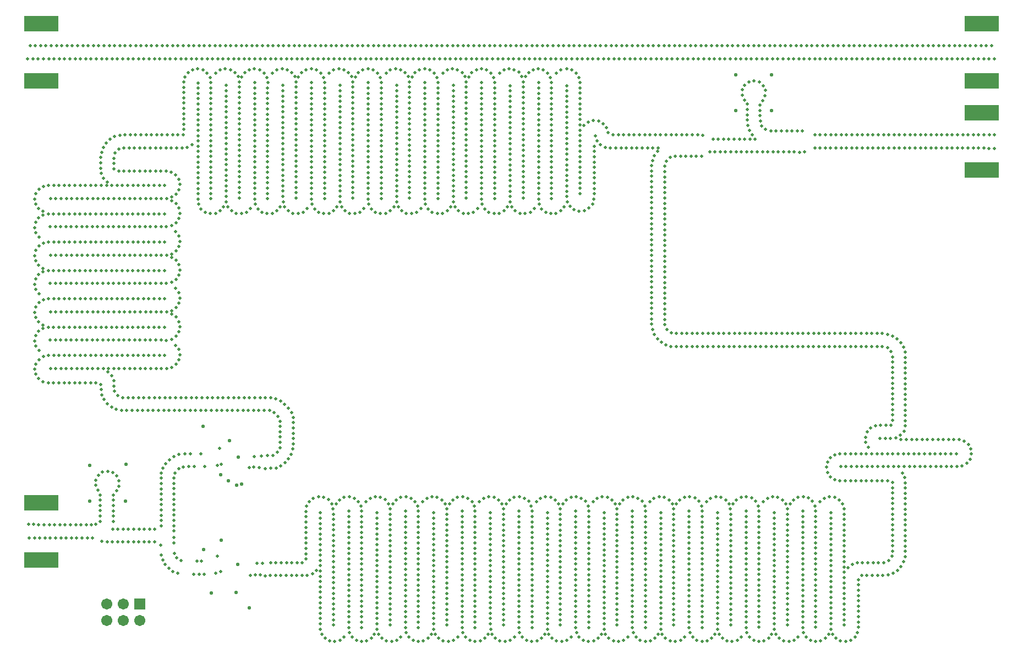
<source format=gbs>
G04*
G04 #@! TF.GenerationSoftware,Altium Limited,Altium Designer,20.0.9 (164)*
G04*
G04 Layer_Color=16711935*
%FSLAX25Y25*%
%MOIN*%
G70*
G01*
G75*
%ADD22R,0.20800X0.09800*%
%ADD29R,0.06706X0.06706*%
%ADD32C,0.06706*%
%ADD33C,0.02000*%
%ADD34C,0.02200*%
%ADD35C,0.02300*%
D22*
X10600Y351600D02*
D03*
Y386400D02*
D03*
X579951D02*
D03*
Y351600D02*
D03*
X10600Y61340D02*
D03*
Y96140D02*
D03*
X579951Y332361D02*
D03*
Y297561D02*
D03*
D29*
X70000Y34800D02*
D03*
D32*
Y24800D02*
D03*
X60000Y34800D02*
D03*
Y24800D02*
D03*
X50000Y34800D02*
D03*
Y24800D02*
D03*
D33*
X442935Y316440D02*
D03*
X439735D02*
D03*
X436535D02*
D03*
X433335D02*
D03*
X430135D02*
D03*
X426935D02*
D03*
X423735D02*
D03*
X420535D02*
D03*
X417335D02*
D03*
X415340Y308560D02*
D03*
X418540D02*
D03*
X421740D02*
D03*
X424940D02*
D03*
X428140D02*
D03*
X431340D02*
D03*
X434540D02*
D03*
X437740D02*
D03*
X440940D02*
D03*
X444140D02*
D03*
X447340D02*
D03*
X450540D02*
D03*
X453740D02*
D03*
X456940D02*
D03*
X460140D02*
D03*
X463340D02*
D03*
X466540D02*
D03*
X469737Y308428D02*
D03*
X472800Y308800D02*
D03*
X439098Y351050D02*
D03*
X436532Y349139D02*
D03*
X435059Y346298D02*
D03*
X434960Y343099D02*
D03*
X436283Y340185D02*
D03*
X438060Y337525D02*
D03*
Y334325D02*
D03*
Y331124D02*
D03*
Y327924D02*
D03*
X438357Y324738D02*
D03*
X439356Y321698D02*
D03*
X441026Y318968D02*
D03*
X471566Y321384D02*
D03*
X468368Y321499D02*
D03*
X465168D02*
D03*
X461968D02*
D03*
X458768D02*
D03*
X455568D02*
D03*
X452368D02*
D03*
X449246Y322199D02*
D03*
X446880Y324354D02*
D03*
X445959Y327418D02*
D03*
X445940Y330619D02*
D03*
Y333819D02*
D03*
Y337018D02*
D03*
X447451Y339839D02*
D03*
X448934Y342675D02*
D03*
X449043Y345873D02*
D03*
X447734Y348793D02*
D03*
X445302Y350873D02*
D03*
X442203Y351670D02*
D03*
X587856Y319087D02*
D03*
X584656D02*
D03*
X581461Y318906D02*
D03*
X578261Y318900D02*
D03*
X575061D02*
D03*
X571861D02*
D03*
X568661D02*
D03*
X565461D02*
D03*
X562261D02*
D03*
X559061D02*
D03*
X555861D02*
D03*
X552661D02*
D03*
X549461D02*
D03*
X546261D02*
D03*
X543061D02*
D03*
X539861D02*
D03*
X536661D02*
D03*
X533461D02*
D03*
X530261D02*
D03*
X527061D02*
D03*
X523861D02*
D03*
X520661D02*
D03*
X517461D02*
D03*
X514261D02*
D03*
X511061D02*
D03*
X507861D02*
D03*
X504661D02*
D03*
X501461D02*
D03*
X498261D02*
D03*
X495061D02*
D03*
X491861D02*
D03*
X488661D02*
D03*
X485461D02*
D03*
X482261D02*
D03*
X479061D02*
D03*
X478973Y311021D02*
D03*
X482173D02*
D03*
X485373D02*
D03*
X488573D02*
D03*
X491773D02*
D03*
X494973D02*
D03*
X498173D02*
D03*
X501373D02*
D03*
X504573D02*
D03*
X507773D02*
D03*
X510973D02*
D03*
X514173D02*
D03*
X517373D02*
D03*
X520573D02*
D03*
X523773D02*
D03*
X526973D02*
D03*
X530173D02*
D03*
X533373D02*
D03*
X536573D02*
D03*
X539773D02*
D03*
X542973D02*
D03*
X546173D02*
D03*
X549373D02*
D03*
X552573D02*
D03*
X555773D02*
D03*
X558973D02*
D03*
X562173D02*
D03*
X565373D02*
D03*
X568573D02*
D03*
X571773D02*
D03*
X574973D02*
D03*
X578173D02*
D03*
X581373D02*
D03*
X584568Y310834D02*
D03*
X587768D02*
D03*
X586023Y373127D02*
D03*
X582823D02*
D03*
X579629Y372940D02*
D03*
X576429D02*
D03*
X573229D02*
D03*
X570029D02*
D03*
X566829D02*
D03*
X563629D02*
D03*
X560429D02*
D03*
X557229D02*
D03*
X554029D02*
D03*
X550829D02*
D03*
X547629D02*
D03*
X544429D02*
D03*
X541229D02*
D03*
X538029D02*
D03*
X534829D02*
D03*
X531629D02*
D03*
X528429D02*
D03*
X525229D02*
D03*
X522029D02*
D03*
X518829D02*
D03*
X515629D02*
D03*
X512429D02*
D03*
X509229D02*
D03*
X506029D02*
D03*
X502829D02*
D03*
X499629D02*
D03*
X496429D02*
D03*
X493229D02*
D03*
X490029D02*
D03*
X486829D02*
D03*
X483629D02*
D03*
X480429D02*
D03*
X477229D02*
D03*
X474029D02*
D03*
X470829D02*
D03*
X467629D02*
D03*
X464429D02*
D03*
X461229D02*
D03*
X458029D02*
D03*
X454829D02*
D03*
X451629D02*
D03*
X448429D02*
D03*
X445229D02*
D03*
X442029D02*
D03*
X438829D02*
D03*
X435629D02*
D03*
X432429D02*
D03*
X429229D02*
D03*
X426029D02*
D03*
X422829D02*
D03*
X419629D02*
D03*
X416429D02*
D03*
X413229D02*
D03*
X410029D02*
D03*
X406829D02*
D03*
X403629D02*
D03*
X400429D02*
D03*
X397229D02*
D03*
X394029D02*
D03*
X390829D02*
D03*
X387629D02*
D03*
X384429D02*
D03*
X381229D02*
D03*
X378029D02*
D03*
X374829D02*
D03*
X371629D02*
D03*
X368429D02*
D03*
X365229D02*
D03*
X362029D02*
D03*
X358829D02*
D03*
X355629D02*
D03*
X352429D02*
D03*
X349229D02*
D03*
X346029D02*
D03*
X342829D02*
D03*
X339629D02*
D03*
X336429D02*
D03*
X333229D02*
D03*
X330029D02*
D03*
X326829D02*
D03*
X323629D02*
D03*
X320429D02*
D03*
X317229D02*
D03*
X314029D02*
D03*
X310829D02*
D03*
X307629D02*
D03*
X304429D02*
D03*
X301229D02*
D03*
X298029D02*
D03*
X294829D02*
D03*
X291629D02*
D03*
X288429D02*
D03*
X285229D02*
D03*
X282029D02*
D03*
X278829D02*
D03*
X275629D02*
D03*
X272429D02*
D03*
X269229D02*
D03*
X266029D02*
D03*
X262829D02*
D03*
X259629D02*
D03*
X256429D02*
D03*
X253229D02*
D03*
X250029D02*
D03*
X246829D02*
D03*
X243629D02*
D03*
X240429D02*
D03*
X237229D02*
D03*
X234029D02*
D03*
X230829D02*
D03*
X227629D02*
D03*
X224429D02*
D03*
X221229D02*
D03*
X218029D02*
D03*
X214829D02*
D03*
X211629D02*
D03*
X208429D02*
D03*
X205229D02*
D03*
X202029D02*
D03*
X198829D02*
D03*
X195629D02*
D03*
X192429D02*
D03*
X189229D02*
D03*
X186029D02*
D03*
X182829D02*
D03*
X179629D02*
D03*
X176429D02*
D03*
X173229D02*
D03*
X170029D02*
D03*
X166829D02*
D03*
X163629D02*
D03*
X160429D02*
D03*
X157229D02*
D03*
X154029D02*
D03*
X150829D02*
D03*
X147629D02*
D03*
X144429D02*
D03*
X141229D02*
D03*
X138029D02*
D03*
X134829D02*
D03*
X131629D02*
D03*
X128429D02*
D03*
X125229D02*
D03*
X122029D02*
D03*
X118829D02*
D03*
X115629D02*
D03*
X112429D02*
D03*
X109229D02*
D03*
X106029D02*
D03*
X102829D02*
D03*
X99629D02*
D03*
X96429D02*
D03*
X93229D02*
D03*
X90029D02*
D03*
X86829D02*
D03*
X83629D02*
D03*
X80429D02*
D03*
X77229D02*
D03*
X74029D02*
D03*
X70829D02*
D03*
X67629D02*
D03*
X64429D02*
D03*
X61229D02*
D03*
X58029D02*
D03*
X54829D02*
D03*
X51629D02*
D03*
X48429D02*
D03*
X45229D02*
D03*
X42029D02*
D03*
X38829D02*
D03*
X35629D02*
D03*
X32429D02*
D03*
X29229D02*
D03*
X26029D02*
D03*
X22829D02*
D03*
X19629D02*
D03*
X16429D02*
D03*
X13229D02*
D03*
X10029D02*
D03*
X6834Y373127D02*
D03*
X3634D02*
D03*
X2176Y364873D02*
D03*
X5376D02*
D03*
X8576Y364936D02*
D03*
X11773Y365060D02*
D03*
X14973D02*
D03*
X18173D02*
D03*
X21373D02*
D03*
X24573D02*
D03*
X27773D02*
D03*
X30973D02*
D03*
X34173D02*
D03*
X37373D02*
D03*
X40573D02*
D03*
X43773D02*
D03*
X46973D02*
D03*
X50173D02*
D03*
X53373D02*
D03*
X56573D02*
D03*
X59773D02*
D03*
X62973D02*
D03*
X66173D02*
D03*
X69373D02*
D03*
X72573D02*
D03*
X75773D02*
D03*
X78973D02*
D03*
X82173D02*
D03*
X85373D02*
D03*
X88573D02*
D03*
X91773D02*
D03*
X94973D02*
D03*
X98173D02*
D03*
X101373D02*
D03*
X104573D02*
D03*
X107773D02*
D03*
X110973D02*
D03*
X114173D02*
D03*
X117373D02*
D03*
X120573D02*
D03*
X123773D02*
D03*
X126973D02*
D03*
X130173D02*
D03*
X133373D02*
D03*
X136573D02*
D03*
X139773D02*
D03*
X142973D02*
D03*
X146173D02*
D03*
X149373D02*
D03*
X152573D02*
D03*
X155773D02*
D03*
X158973D02*
D03*
X162173D02*
D03*
X165373D02*
D03*
X168573D02*
D03*
X171773D02*
D03*
X174973D02*
D03*
X178173D02*
D03*
X181373D02*
D03*
X184573D02*
D03*
X187773D02*
D03*
X190973D02*
D03*
X194173D02*
D03*
X197373D02*
D03*
X200573D02*
D03*
X203773D02*
D03*
X206973D02*
D03*
X210173D02*
D03*
X213373D02*
D03*
X216573D02*
D03*
X219773D02*
D03*
X222973D02*
D03*
X226173D02*
D03*
X229373D02*
D03*
X232573D02*
D03*
X235773D02*
D03*
X238973D02*
D03*
X242173D02*
D03*
X245373D02*
D03*
X248573D02*
D03*
X251773D02*
D03*
X254973D02*
D03*
X258173D02*
D03*
X261373D02*
D03*
X264573D02*
D03*
X267773D02*
D03*
X270973D02*
D03*
X274173D02*
D03*
X277373D02*
D03*
X280573D02*
D03*
X283773D02*
D03*
X286973D02*
D03*
X290173D02*
D03*
X293373D02*
D03*
X296573D02*
D03*
X299773D02*
D03*
X302973D02*
D03*
X306173D02*
D03*
X309373D02*
D03*
X312573D02*
D03*
X315773D02*
D03*
X318973D02*
D03*
X322173D02*
D03*
X325373D02*
D03*
X328573D02*
D03*
X331773D02*
D03*
X334973D02*
D03*
X338173D02*
D03*
X341373D02*
D03*
X344573D02*
D03*
X347773D02*
D03*
X350973D02*
D03*
X354173D02*
D03*
X357373D02*
D03*
X360573D02*
D03*
X363773D02*
D03*
X366973D02*
D03*
X370173D02*
D03*
X373373D02*
D03*
X376573D02*
D03*
X379773D02*
D03*
X382973D02*
D03*
X386173D02*
D03*
X389373D02*
D03*
X392573D02*
D03*
X395773D02*
D03*
X398973D02*
D03*
X402173D02*
D03*
X405373D02*
D03*
X408573D02*
D03*
X411773D02*
D03*
X414973D02*
D03*
X418173D02*
D03*
X421373D02*
D03*
X424573D02*
D03*
X427773D02*
D03*
X430973D02*
D03*
X434173D02*
D03*
X437373D02*
D03*
X440573D02*
D03*
X443773D02*
D03*
X446973D02*
D03*
X450173D02*
D03*
X453373D02*
D03*
X456573D02*
D03*
X459773D02*
D03*
X462973D02*
D03*
X466173D02*
D03*
X469373D02*
D03*
X472573D02*
D03*
X475773D02*
D03*
X478973D02*
D03*
X482173D02*
D03*
X485373D02*
D03*
X488573D02*
D03*
X491773D02*
D03*
X494973D02*
D03*
X498173D02*
D03*
X501373D02*
D03*
X504573D02*
D03*
X507773D02*
D03*
X510973D02*
D03*
X514173D02*
D03*
X517373D02*
D03*
X520573D02*
D03*
X523773D02*
D03*
X526973D02*
D03*
X530173D02*
D03*
X533373D02*
D03*
X536573D02*
D03*
X539773D02*
D03*
X542973D02*
D03*
X546173D02*
D03*
X549373D02*
D03*
X552573D02*
D03*
X555773D02*
D03*
X558973D02*
D03*
X562173D02*
D03*
X565373D02*
D03*
X568573D02*
D03*
X571773D02*
D03*
X574973D02*
D03*
X578173D02*
D03*
X581373D02*
D03*
X584568Y364873D02*
D03*
X587768D02*
D03*
X117084Y63832D02*
D03*
X116197Y53479D02*
D03*
X119232Y54493D02*
D03*
X141179Y59375D02*
D03*
X137000Y52100D02*
D03*
X140013Y52352D02*
D03*
X143209Y52193D02*
D03*
X144460Y59317D02*
D03*
X139549Y124142D02*
D03*
X136500Y117300D02*
D03*
X139267Y117600D02*
D03*
X142441Y117193D02*
D03*
X143691Y124317D02*
D03*
X118384Y128931D02*
D03*
X117100Y118700D02*
D03*
X119609Y119411D02*
D03*
X93638Y125259D02*
D03*
X90679Y124040D02*
D03*
X88081Y122171D02*
D03*
X85877Y119851D02*
D03*
X84233Y117106D02*
D03*
X83258Y114058D02*
D03*
X83009Y110868D02*
D03*
Y107668D02*
D03*
Y104468D02*
D03*
Y101268D02*
D03*
Y98068D02*
D03*
Y94868D02*
D03*
Y91668D02*
D03*
Y88468D02*
D03*
Y85268D02*
D03*
Y82068D02*
D03*
X90889Y78986D02*
D03*
Y82186D02*
D03*
Y85386D02*
D03*
Y88586D02*
D03*
Y91786D02*
D03*
Y94986D02*
D03*
Y98186D02*
D03*
Y101386D02*
D03*
Y104586D02*
D03*
Y107786D02*
D03*
Y110986D02*
D03*
X91564Y114114D02*
D03*
X93651Y116539D02*
D03*
X96583Y117822D02*
D03*
X99782Y117911D02*
D03*
X102982D02*
D03*
X109382D02*
D03*
X107173Y125791D02*
D03*
X100773D02*
D03*
X97573D02*
D03*
X47580Y114543D02*
D03*
X45020Y112623D02*
D03*
X43553Y109778D02*
D03*
X43463Y106580D02*
D03*
X44795Y103670D02*
D03*
X46218Y100804D02*
D03*
Y97604D02*
D03*
Y94404D02*
D03*
Y91204D02*
D03*
Y88004D02*
D03*
Y84804D02*
D03*
X54097Y84731D02*
D03*
Y87931D02*
D03*
Y91131D02*
D03*
Y94331D02*
D03*
Y97531D02*
D03*
Y100731D02*
D03*
X55951Y103339D02*
D03*
X57434Y106175D02*
D03*
X57543Y109373D02*
D03*
X56234Y112293D02*
D03*
X53802Y114373D02*
D03*
X50703Y115170D02*
D03*
X79247Y80081D02*
D03*
X76047D02*
D03*
X72847D02*
D03*
X69647D02*
D03*
X66447D02*
D03*
X63247D02*
D03*
X60047D02*
D03*
X56847D02*
D03*
X53647D02*
D03*
X47100Y72800D02*
D03*
X50293Y72202D02*
D03*
X53493D02*
D03*
X56693D02*
D03*
X59893D02*
D03*
X63093D02*
D03*
X66293D02*
D03*
X69493D02*
D03*
X72693D02*
D03*
X75893D02*
D03*
X79093D02*
D03*
X5866Y82867D02*
D03*
X2667D02*
D03*
X3121Y74613D02*
D03*
X6321D02*
D03*
X9516Y74800D02*
D03*
X12716D02*
D03*
X15916D02*
D03*
X19116D02*
D03*
X22316D02*
D03*
X25516D02*
D03*
X28716D02*
D03*
X31916D02*
D03*
X35116D02*
D03*
X38316D02*
D03*
X41516D02*
D03*
X43300Y83000D02*
D03*
X40908Y82680D02*
D03*
X37708D02*
D03*
X34508D02*
D03*
X31308D02*
D03*
X28108D02*
D03*
X24908D02*
D03*
X21708D02*
D03*
X18508D02*
D03*
X15308D02*
D03*
X12108D02*
D03*
X8909Y82760D02*
D03*
X325039Y358284D02*
D03*
X322432Y356428D02*
D03*
X319504Y280228D02*
D03*
Y283428D02*
D03*
Y286628D02*
D03*
Y289828D02*
D03*
Y293028D02*
D03*
Y296228D02*
D03*
Y299428D02*
D03*
Y302628D02*
D03*
Y305828D02*
D03*
Y309028D02*
D03*
Y312228D02*
D03*
Y315428D02*
D03*
Y318628D02*
D03*
Y321828D02*
D03*
Y325028D02*
D03*
Y328228D02*
D03*
Y331428D02*
D03*
Y334628D02*
D03*
Y337828D02*
D03*
Y341028D02*
D03*
Y344228D02*
D03*
Y347428D02*
D03*
X319509Y350628D02*
D03*
X318934Y353775D02*
D03*
X317233Y356486D02*
D03*
X314608Y358316D02*
D03*
X311491Y359040D02*
D03*
X308339Y358487D02*
D03*
X305618Y356803D02*
D03*
X303771Y354190D02*
D03*
X302314Y280758D02*
D03*
Y283958D02*
D03*
Y287158D02*
D03*
Y290358D02*
D03*
Y293558D02*
D03*
Y296758D02*
D03*
Y299958D02*
D03*
Y303158D02*
D03*
Y306358D02*
D03*
Y309558D02*
D03*
Y312758D02*
D03*
Y315958D02*
D03*
Y319158D02*
D03*
Y322358D02*
D03*
Y325558D02*
D03*
Y328758D02*
D03*
Y331958D02*
D03*
Y335158D02*
D03*
Y338358D02*
D03*
Y341558D02*
D03*
Y344758D02*
D03*
Y347958D02*
D03*
X302316Y351158D02*
D03*
X301542Y354263D02*
D03*
X299671Y356859D02*
D03*
X296934Y358517D02*
D03*
X293777Y359040D02*
D03*
X290666Y358287D02*
D03*
X288058Y356433D02*
D03*
X285125Y280235D02*
D03*
Y283435D02*
D03*
Y286635D02*
D03*
Y289835D02*
D03*
Y293035D02*
D03*
Y296235D02*
D03*
Y299435D02*
D03*
Y302635D02*
D03*
Y305835D02*
D03*
Y309035D02*
D03*
Y312235D02*
D03*
Y315435D02*
D03*
Y318635D02*
D03*
Y321835D02*
D03*
Y325035D02*
D03*
Y328235D02*
D03*
Y331435D02*
D03*
Y334635D02*
D03*
Y337835D02*
D03*
Y341035D02*
D03*
Y344235D02*
D03*
Y347435D02*
D03*
X285131Y350635D02*
D03*
X284552Y353782D02*
D03*
X282849Y356491D02*
D03*
X280222Y358319D02*
D03*
X277104Y359040D02*
D03*
X273953Y358484D02*
D03*
X271233Y356798D02*
D03*
X269389Y354183D02*
D03*
X267935Y280751D02*
D03*
Y283951D02*
D03*
Y287151D02*
D03*
Y290351D02*
D03*
Y293551D02*
D03*
Y296751D02*
D03*
Y299951D02*
D03*
Y303151D02*
D03*
Y306351D02*
D03*
Y309551D02*
D03*
Y312751D02*
D03*
Y315951D02*
D03*
Y319151D02*
D03*
Y322351D02*
D03*
Y325551D02*
D03*
Y328751D02*
D03*
Y331951D02*
D03*
Y335151D02*
D03*
Y338351D02*
D03*
Y341551D02*
D03*
Y344751D02*
D03*
Y347951D02*
D03*
X267937Y351151D02*
D03*
X267166Y354256D02*
D03*
X265297Y356854D02*
D03*
X262561Y358514D02*
D03*
X259405Y359040D02*
D03*
X256294Y358290D02*
D03*
X253684Y356438D02*
D03*
X250746Y280241D02*
D03*
Y283441D02*
D03*
Y286642D02*
D03*
Y289842D02*
D03*
Y293041D02*
D03*
Y296241D02*
D03*
Y299442D02*
D03*
Y302642D02*
D03*
Y305841D02*
D03*
Y309042D02*
D03*
Y312242D02*
D03*
Y315441D02*
D03*
Y318641D02*
D03*
Y321842D02*
D03*
Y325042D02*
D03*
Y328241D02*
D03*
Y331441D02*
D03*
Y334642D02*
D03*
Y337842D02*
D03*
Y341041D02*
D03*
Y344241D02*
D03*
Y347442D02*
D03*
X250753Y350641D02*
D03*
X250170Y353788D02*
D03*
X248465Y356496D02*
D03*
X245837Y358321D02*
D03*
X242719Y359040D02*
D03*
X239567Y358482D02*
D03*
X236849Y356793D02*
D03*
X235008Y354176D02*
D03*
X233556Y280743D02*
D03*
Y283943D02*
D03*
Y287143D02*
D03*
Y290343D02*
D03*
Y293543D02*
D03*
Y296743D02*
D03*
Y299943D02*
D03*
Y303143D02*
D03*
Y306343D02*
D03*
Y309543D02*
D03*
Y312743D02*
D03*
Y315943D02*
D03*
Y319143D02*
D03*
Y322343D02*
D03*
Y325543D02*
D03*
Y328743D02*
D03*
Y331943D02*
D03*
Y335143D02*
D03*
Y338343D02*
D03*
Y341543D02*
D03*
Y344743D02*
D03*
Y347943D02*
D03*
X233558Y351143D02*
D03*
X232789Y354250D02*
D03*
X230923Y356849D02*
D03*
X228188Y358511D02*
D03*
X225032Y359040D02*
D03*
X221921Y358292D02*
D03*
X219309Y356443D02*
D03*
X216367Y280248D02*
D03*
Y283448D02*
D03*
Y286648D02*
D03*
Y289848D02*
D03*
Y293048D02*
D03*
Y296248D02*
D03*
Y299448D02*
D03*
Y302648D02*
D03*
Y305848D02*
D03*
Y309048D02*
D03*
Y312248D02*
D03*
Y315448D02*
D03*
Y318648D02*
D03*
Y321848D02*
D03*
Y325048D02*
D03*
Y328248D02*
D03*
Y331448D02*
D03*
Y334648D02*
D03*
Y337848D02*
D03*
Y341048D02*
D03*
Y344248D02*
D03*
Y347448D02*
D03*
X216375Y350648D02*
D03*
X215789Y353794D02*
D03*
X214082Y356500D02*
D03*
X211452Y358324D02*
D03*
X208333Y359040D02*
D03*
X205183Y358479D02*
D03*
X202466Y356788D02*
D03*
X200626Y354170D02*
D03*
X199177Y280737D02*
D03*
Y283937D02*
D03*
Y287137D02*
D03*
Y290337D02*
D03*
Y293537D02*
D03*
Y296737D02*
D03*
Y299937D02*
D03*
Y303137D02*
D03*
Y306337D02*
D03*
Y309537D02*
D03*
Y312737D02*
D03*
Y315937D02*
D03*
Y319137D02*
D03*
Y322337D02*
D03*
Y325537D02*
D03*
Y328737D02*
D03*
Y331937D02*
D03*
Y335137D02*
D03*
Y338337D02*
D03*
Y341537D02*
D03*
Y344737D02*
D03*
Y347937D02*
D03*
X199179Y351137D02*
D03*
X198413Y354244D02*
D03*
X196548Y356844D02*
D03*
X193815Y358509D02*
D03*
X190659Y359040D02*
D03*
X187547Y358295D02*
D03*
X184935Y356447D02*
D03*
X181988Y280254D02*
D03*
Y283454D02*
D03*
Y286654D02*
D03*
Y289854D02*
D03*
Y293054D02*
D03*
Y296254D02*
D03*
Y299454D02*
D03*
Y302654D02*
D03*
Y305854D02*
D03*
Y309054D02*
D03*
Y312254D02*
D03*
Y315454D02*
D03*
Y318654D02*
D03*
Y321854D02*
D03*
Y325054D02*
D03*
Y328254D02*
D03*
Y331454D02*
D03*
Y334654D02*
D03*
Y337854D02*
D03*
Y341054D02*
D03*
Y344254D02*
D03*
Y347454D02*
D03*
X181997Y350654D02*
D03*
X181407Y353799D02*
D03*
X179698Y356505D02*
D03*
X177067Y358326D02*
D03*
X173948Y359040D02*
D03*
X170798Y358477D02*
D03*
X168082Y356784D02*
D03*
X166245Y354165D02*
D03*
X164798Y280731D02*
D03*
Y283931D02*
D03*
Y287131D02*
D03*
Y290331D02*
D03*
Y293531D02*
D03*
Y296731D02*
D03*
Y299931D02*
D03*
Y303131D02*
D03*
Y306331D02*
D03*
Y309531D02*
D03*
Y312731D02*
D03*
Y315931D02*
D03*
Y319131D02*
D03*
Y322331D02*
D03*
Y325531D02*
D03*
Y328731D02*
D03*
Y331931D02*
D03*
Y335131D02*
D03*
Y338331D02*
D03*
Y341531D02*
D03*
Y344731D02*
D03*
Y347931D02*
D03*
X164799Y351131D02*
D03*
X164036Y354238D02*
D03*
X162173Y356840D02*
D03*
X159441Y358507D02*
D03*
X156286Y359040D02*
D03*
X153173Y358297D02*
D03*
X150559Y356451D02*
D03*
X147608Y280259D02*
D03*
Y283459D02*
D03*
Y286659D02*
D03*
Y289859D02*
D03*
Y293059D02*
D03*
Y296259D02*
D03*
Y299459D02*
D03*
Y302659D02*
D03*
Y305859D02*
D03*
Y309059D02*
D03*
Y312259D02*
D03*
Y315459D02*
D03*
Y318659D02*
D03*
Y321859D02*
D03*
Y325059D02*
D03*
Y328259D02*
D03*
Y331459D02*
D03*
Y334659D02*
D03*
Y337859D02*
D03*
Y341059D02*
D03*
Y344259D02*
D03*
Y347459D02*
D03*
X147618Y350659D02*
D03*
X147026Y353804D02*
D03*
X145315Y356508D02*
D03*
X142683Y358328D02*
D03*
X139564Y359041D02*
D03*
X136414Y358475D02*
D03*
X133700Y356781D02*
D03*
X131864Y354160D02*
D03*
X130419Y280725D02*
D03*
Y283925D02*
D03*
Y287125D02*
D03*
Y290325D02*
D03*
Y293525D02*
D03*
Y296725D02*
D03*
Y299925D02*
D03*
Y303125D02*
D03*
Y306325D02*
D03*
Y309525D02*
D03*
Y312725D02*
D03*
Y315925D02*
D03*
Y319125D02*
D03*
Y322325D02*
D03*
Y325525D02*
D03*
Y328725D02*
D03*
Y331925D02*
D03*
Y335125D02*
D03*
Y338325D02*
D03*
Y341525D02*
D03*
Y344725D02*
D03*
Y347925D02*
D03*
X130420Y351125D02*
D03*
X129659Y354233D02*
D03*
X127798Y356836D02*
D03*
X125067Y358505D02*
D03*
X121912Y359040D02*
D03*
X118799Y358299D02*
D03*
X116184Y356455D02*
D03*
X113229Y280264D02*
D03*
Y283464D02*
D03*
Y286664D02*
D03*
Y289864D02*
D03*
Y293064D02*
D03*
Y296264D02*
D03*
Y299464D02*
D03*
Y302664D02*
D03*
Y305864D02*
D03*
Y309064D02*
D03*
Y312264D02*
D03*
Y315464D02*
D03*
Y318664D02*
D03*
Y321864D02*
D03*
Y325064D02*
D03*
Y328264D02*
D03*
Y331464D02*
D03*
Y334664D02*
D03*
Y337864D02*
D03*
Y341064D02*
D03*
Y344264D02*
D03*
Y347464D02*
D03*
X113240Y350664D02*
D03*
X112645Y353808D02*
D03*
X110933Y356512D02*
D03*
X108300Y358330D02*
D03*
X105180Y359042D02*
D03*
X102031Y358473D02*
D03*
X99317Y356777D02*
D03*
X97483Y354155D02*
D03*
X96754Y351039D02*
D03*
X96755Y347839D02*
D03*
Y344639D02*
D03*
Y341439D02*
D03*
Y338239D02*
D03*
Y335039D02*
D03*
Y331839D02*
D03*
Y328639D02*
D03*
Y325439D02*
D03*
Y322239D02*
D03*
X96356Y319064D02*
D03*
X93157Y319038D02*
D03*
X89957D02*
D03*
X86757D02*
D03*
X83557D02*
D03*
X80357D02*
D03*
X77157D02*
D03*
X73957D02*
D03*
X70757D02*
D03*
X67557D02*
D03*
X64357D02*
D03*
X61157D02*
D03*
X57965Y318810D02*
D03*
X54911Y317855D02*
D03*
X52136Y316260D02*
D03*
X49828Y314043D02*
D03*
X48057Y311378D02*
D03*
X46966Y308370D02*
D03*
X46555Y305196D02*
D03*
X46560Y301996D02*
D03*
Y298797D02*
D03*
X46731Y295601D02*
D03*
X48005Y292666D02*
D03*
X50284Y290419D02*
D03*
X85170Y288367D02*
D03*
X81970D02*
D03*
X78770D02*
D03*
X75570D02*
D03*
X72370D02*
D03*
X69170D02*
D03*
X65970D02*
D03*
X62770D02*
D03*
X59570D02*
D03*
X56370D02*
D03*
X53170D02*
D03*
X49970D02*
D03*
X46770D02*
D03*
X43570D02*
D03*
X40370D02*
D03*
X37170D02*
D03*
X33970D02*
D03*
X30770D02*
D03*
X27570D02*
D03*
X24370D02*
D03*
X21170D02*
D03*
X17970D02*
D03*
X14770Y288391D02*
D03*
X11641Y287721D02*
D03*
X8972Y285956D02*
D03*
X7207Y283287D02*
D03*
X6536Y280158D02*
D03*
X7185Y277025D02*
D03*
X8932Y274344D02*
D03*
X11588Y272560D02*
D03*
X85033Y271177D02*
D03*
X81833D02*
D03*
X78633D02*
D03*
X75433D02*
D03*
X72233D02*
D03*
X69033D02*
D03*
X65833D02*
D03*
X62633D02*
D03*
X59433D02*
D03*
X56233D02*
D03*
X53033D02*
D03*
X49833D02*
D03*
X46633D02*
D03*
X43433D02*
D03*
X40233D02*
D03*
X37033D02*
D03*
X33833D02*
D03*
X30633D02*
D03*
X27433D02*
D03*
X24233D02*
D03*
X21033D02*
D03*
X17833D02*
D03*
X14633Y271184D02*
D03*
X11512Y270478D02*
D03*
X8873Y268667D02*
D03*
X7153Y265969D02*
D03*
X6547Y262827D02*
D03*
X7239Y259703D02*
D03*
X9033Y257053D02*
D03*
X85176Y253988D02*
D03*
X81976D02*
D03*
X78776D02*
D03*
X75576D02*
D03*
X72376D02*
D03*
X69176D02*
D03*
X65976D02*
D03*
X62776D02*
D03*
X59576D02*
D03*
X56376D02*
D03*
X53176D02*
D03*
X49976D02*
D03*
X46776D02*
D03*
X43576D02*
D03*
X40376D02*
D03*
X37176D02*
D03*
X33976D02*
D03*
X30776D02*
D03*
X27576D02*
D03*
X24376D02*
D03*
X21176D02*
D03*
X17976D02*
D03*
X14776Y254013D02*
D03*
X11647Y253344D02*
D03*
X8977Y251581D02*
D03*
X7209Y248914D02*
D03*
X6537Y245785D02*
D03*
X7182Y242651D02*
D03*
X8928Y239969D02*
D03*
X11583Y238183D02*
D03*
X85028Y236798D02*
D03*
X81828D02*
D03*
X78628D02*
D03*
X75428D02*
D03*
X72228D02*
D03*
X69028D02*
D03*
X65828D02*
D03*
X62628D02*
D03*
X59428D02*
D03*
X56228D02*
D03*
X53028D02*
D03*
X49828D02*
D03*
X46628D02*
D03*
X43428D02*
D03*
X40228D02*
D03*
X37028D02*
D03*
X33828D02*
D03*
X30628D02*
D03*
X27428D02*
D03*
X24228D02*
D03*
X21028D02*
D03*
X17828D02*
D03*
X14628Y236804D02*
D03*
X11507Y236097D02*
D03*
X8869Y234284D02*
D03*
X7151Y231585D02*
D03*
X6548Y228442D02*
D03*
X7242Y225318D02*
D03*
X9037Y222670D02*
D03*
X85182Y219608D02*
D03*
X81982D02*
D03*
X78782D02*
D03*
X75582D02*
D03*
X72382D02*
D03*
X69182D02*
D03*
X65982D02*
D03*
X62782D02*
D03*
X59582D02*
D03*
X56382D02*
D03*
X53182D02*
D03*
X49982D02*
D03*
X46782D02*
D03*
X43582D02*
D03*
X40382D02*
D03*
X37182D02*
D03*
X33982D02*
D03*
X30782D02*
D03*
X27582D02*
D03*
X24382D02*
D03*
X21182D02*
D03*
X17982D02*
D03*
X14782Y219635D02*
D03*
X11653Y218968D02*
D03*
X8981Y217206D02*
D03*
X7211Y214540D02*
D03*
X6537Y211412D02*
D03*
X7180Y208277D02*
D03*
X8924Y205594D02*
D03*
X11578Y203806D02*
D03*
X85022Y202419D02*
D03*
X81822D02*
D03*
X78622D02*
D03*
X75422D02*
D03*
X72222D02*
D03*
X69022D02*
D03*
X65822D02*
D03*
X62622D02*
D03*
X59422D02*
D03*
X56222D02*
D03*
X53022D02*
D03*
X49822D02*
D03*
X46622D02*
D03*
X43422D02*
D03*
X40222D02*
D03*
X37022D02*
D03*
X33822D02*
D03*
X30622D02*
D03*
X27422D02*
D03*
X24222D02*
D03*
X21022D02*
D03*
X17822D02*
D03*
X14622Y202424D02*
D03*
X11501Y201715D02*
D03*
X8865Y199901D02*
D03*
X7149Y197200D02*
D03*
X6548Y194057D02*
D03*
X7244Y190934D02*
D03*
X9041Y188286D02*
D03*
X85188Y185229D02*
D03*
X81988D02*
D03*
X78788D02*
D03*
X75588D02*
D03*
X72388D02*
D03*
X69188D02*
D03*
X65988D02*
D03*
X62788D02*
D03*
X59588D02*
D03*
X56388D02*
D03*
X53188D02*
D03*
X49988D02*
D03*
X46788D02*
D03*
X43588D02*
D03*
X40388D02*
D03*
X37188D02*
D03*
X33988D02*
D03*
X30788D02*
D03*
X27588D02*
D03*
X24388D02*
D03*
X21188D02*
D03*
X17988D02*
D03*
X14788Y185257D02*
D03*
X11658Y184591D02*
D03*
X8985Y182831D02*
D03*
X7213Y180167D02*
D03*
X6538Y177039D02*
D03*
X7178Y173904D02*
D03*
X8919Y171219D02*
D03*
X11572Y169429D02*
D03*
X14697Y168740D02*
D03*
X17897Y168755D02*
D03*
X21097D02*
D03*
X24297D02*
D03*
X27497D02*
D03*
X30697D02*
D03*
X33897D02*
D03*
X37097D02*
D03*
X40297D02*
D03*
X43497D02*
D03*
X46560Y167830D02*
D03*
X46625Y164630D02*
D03*
X47248Y161491D02*
D03*
X48590Y158586D02*
D03*
X50536Y156046D02*
D03*
X53033Y154045D02*
D03*
X55904Y152632D02*
D03*
X59030Y151948D02*
D03*
X62229Y151860D02*
D03*
X65429D02*
D03*
X68629D02*
D03*
X71829D02*
D03*
X75029D02*
D03*
X78229D02*
D03*
X81429D02*
D03*
X84629D02*
D03*
X87829D02*
D03*
X91029D02*
D03*
X94229D02*
D03*
X97429D02*
D03*
X100629D02*
D03*
X103829D02*
D03*
X107029D02*
D03*
X110229D02*
D03*
X113429D02*
D03*
X116629D02*
D03*
X119829D02*
D03*
X123029D02*
D03*
X126229D02*
D03*
X129429D02*
D03*
X132629D02*
D03*
X135829D02*
D03*
X139029D02*
D03*
X142229D02*
D03*
X145429D02*
D03*
X148629D02*
D03*
X151588Y150641D02*
D03*
X153850Y148378D02*
D03*
X155260Y145505D02*
D03*
Y142305D02*
D03*
Y139105D02*
D03*
Y135905D02*
D03*
Y132705D02*
D03*
X154974Y129518D02*
D03*
X153312Y126784D02*
D03*
X150759Y124854D02*
D03*
X147559Y124831D02*
D03*
X146256Y116689D02*
D03*
X149452Y116860D02*
D03*
X152637Y117170D02*
D03*
X155595Y118389D02*
D03*
X158079Y120407D02*
D03*
X160258Y122750D02*
D03*
X161893Y125501D02*
D03*
X162873Y128547D02*
D03*
X163140Y131736D02*
D03*
Y134936D02*
D03*
Y138136D02*
D03*
Y141336D02*
D03*
Y144536D02*
D03*
X162997Y147733D02*
D03*
X161948Y150756D02*
D03*
X160044Y153328D02*
D03*
X157781Y155590D02*
D03*
X155393Y157721D02*
D03*
X152523Y159136D02*
D03*
X149379Y159731D02*
D03*
X146179Y159740D02*
D03*
X142979D02*
D03*
X139779D02*
D03*
X136579D02*
D03*
X133379D02*
D03*
X130179D02*
D03*
X126979D02*
D03*
X123779D02*
D03*
X120579D02*
D03*
X117379D02*
D03*
X114179D02*
D03*
X110979D02*
D03*
X107779D02*
D03*
X104579D02*
D03*
X101379D02*
D03*
X98179D02*
D03*
X94979D02*
D03*
X91779D02*
D03*
X88579D02*
D03*
X85379D02*
D03*
X82179D02*
D03*
X78979D02*
D03*
X75779D02*
D03*
X72579D02*
D03*
X69379D02*
D03*
X66179D02*
D03*
X62979D02*
D03*
X59780Y159816D02*
D03*
X56818Y161027D02*
D03*
X54879Y163572D02*
D03*
X54440Y166742D02*
D03*
X54292Y169938D02*
D03*
X53103Y172909D02*
D03*
X50857Y175189D02*
D03*
X16008Y177350D02*
D03*
X19208D02*
D03*
X22408D02*
D03*
X25608D02*
D03*
X28808D02*
D03*
X32008D02*
D03*
X35208D02*
D03*
X38408D02*
D03*
X41608D02*
D03*
X44808D02*
D03*
X48008D02*
D03*
X51208D02*
D03*
X54408D02*
D03*
X57608D02*
D03*
X60808D02*
D03*
X64008D02*
D03*
X67208D02*
D03*
X70408D02*
D03*
X73608D02*
D03*
X76808D02*
D03*
X80008D02*
D03*
X83208D02*
D03*
X86408Y177348D02*
D03*
X89526Y178065D02*
D03*
X92156Y179889D02*
D03*
X93862Y182596D02*
D03*
X94448Y185742D02*
D03*
X93744Y188864D02*
D03*
X91937Y191504D02*
D03*
X15780Y194539D02*
D03*
X18981D02*
D03*
X22181D02*
D03*
X25381D02*
D03*
X28580D02*
D03*
X31780D02*
D03*
X34980D02*
D03*
X38181D02*
D03*
X41381D02*
D03*
X44581D02*
D03*
X47780D02*
D03*
X50981D02*
D03*
X54181D02*
D03*
X57380D02*
D03*
X60580D02*
D03*
X63780D02*
D03*
X66980D02*
D03*
X70180D02*
D03*
X73381D02*
D03*
X76581D02*
D03*
X79781D02*
D03*
X82981D02*
D03*
X86180Y194514D02*
D03*
X89313Y195166D02*
D03*
X91993Y196915D02*
D03*
X93775Y199573D02*
D03*
X94458Y202699D02*
D03*
X93833Y205838D02*
D03*
X92102Y208529D02*
D03*
X89455Y210328D02*
D03*
X16013Y211729D02*
D03*
X19213D02*
D03*
X22413D02*
D03*
X25613D02*
D03*
X28813D02*
D03*
X32013D02*
D03*
X35213D02*
D03*
X38413D02*
D03*
X41613D02*
D03*
X44813D02*
D03*
X48013D02*
D03*
X51213D02*
D03*
X54413D02*
D03*
X57613D02*
D03*
X60813D02*
D03*
X64013D02*
D03*
X67213D02*
D03*
X70413D02*
D03*
X73613D02*
D03*
X76813D02*
D03*
X80013D02*
D03*
X83213D02*
D03*
X86413Y211727D02*
D03*
X89531Y212446D02*
D03*
X92159Y214272D02*
D03*
X93865Y216980D02*
D03*
X94447Y220126D02*
D03*
X93742Y223248D02*
D03*
X91933Y225887D02*
D03*
X15775Y228919D02*
D03*
X18975D02*
D03*
X22175D02*
D03*
X25375D02*
D03*
X28575D02*
D03*
X31775D02*
D03*
X34975D02*
D03*
X38175D02*
D03*
X41375D02*
D03*
X44575D02*
D03*
X47775D02*
D03*
X50975D02*
D03*
X54175D02*
D03*
X57375D02*
D03*
X60575D02*
D03*
X63775D02*
D03*
X66975D02*
D03*
X70175D02*
D03*
X73375D02*
D03*
X76575D02*
D03*
X79775D02*
D03*
X82975D02*
D03*
X86175Y228894D02*
D03*
X89308Y229543D02*
D03*
X91989Y231291D02*
D03*
X93773Y233947D02*
D03*
X94457Y237073D02*
D03*
X93835Y240212D02*
D03*
X92105Y242904D02*
D03*
X89460Y244705D02*
D03*
X16018Y246108D02*
D03*
X19218D02*
D03*
X22418D02*
D03*
X25618D02*
D03*
X28818D02*
D03*
X32018D02*
D03*
X35218D02*
D03*
X38418D02*
D03*
X41618D02*
D03*
X44818D02*
D03*
X48018D02*
D03*
X51218D02*
D03*
X54418D02*
D03*
X57618D02*
D03*
X60818D02*
D03*
X64018D02*
D03*
X67218D02*
D03*
X70418D02*
D03*
X73618D02*
D03*
X76818D02*
D03*
X80018D02*
D03*
X83218D02*
D03*
X86418Y246106D02*
D03*
X89536Y246827D02*
D03*
X92163Y248654D02*
D03*
X93866Y251363D02*
D03*
X94446Y254510D02*
D03*
X93740Y257631D02*
D03*
X91930Y260270D02*
D03*
X15770Y263298D02*
D03*
X18970D02*
D03*
X22170D02*
D03*
X25370D02*
D03*
X28570D02*
D03*
X31770D02*
D03*
X34970D02*
D03*
X38170D02*
D03*
X41370D02*
D03*
X44570D02*
D03*
X47770D02*
D03*
X50970D02*
D03*
X54170D02*
D03*
X57370D02*
D03*
X60570D02*
D03*
X63770D02*
D03*
X66970D02*
D03*
X70170D02*
D03*
X73370D02*
D03*
X76570D02*
D03*
X79770D02*
D03*
X82970D02*
D03*
X86170Y263274D02*
D03*
X89304Y263920D02*
D03*
X91985Y265666D02*
D03*
X93771Y268322D02*
D03*
X94457Y271448D02*
D03*
X93837Y274587D02*
D03*
X92109Y277280D02*
D03*
X89464Y279082D02*
D03*
X16023Y280487D02*
D03*
X19223D02*
D03*
X22423D02*
D03*
X25623D02*
D03*
X28823D02*
D03*
X32023D02*
D03*
X35223D02*
D03*
X38423D02*
D03*
X41623D02*
D03*
X44823D02*
D03*
X48023D02*
D03*
X51223D02*
D03*
X54423D02*
D03*
X57623D02*
D03*
X60823D02*
D03*
X64023D02*
D03*
X67223D02*
D03*
X70423D02*
D03*
X73623D02*
D03*
X76823D02*
D03*
X80023D02*
D03*
X83223D02*
D03*
X86423Y280486D02*
D03*
X89540Y281208D02*
D03*
X92166Y283036D02*
D03*
X93868Y285746D02*
D03*
X94446Y288894D02*
D03*
X93739Y292015D02*
D03*
X91926Y294652D02*
D03*
X89227Y296371D02*
D03*
X86084Y296974D02*
D03*
X82884Y296961D02*
D03*
X79684D02*
D03*
X76484D02*
D03*
X73284D02*
D03*
X70084D02*
D03*
X66884D02*
D03*
X63684D02*
D03*
X60484D02*
D03*
X57284D02*
D03*
X54440Y298427D02*
D03*
Y301627D02*
D03*
Y304827D02*
D03*
X55186Y307939D02*
D03*
X57383Y310265D02*
D03*
X60459Y311149D02*
D03*
X63659Y311159D02*
D03*
X66859D02*
D03*
X70059D02*
D03*
X73259D02*
D03*
X76459D02*
D03*
X79659D02*
D03*
X82859D02*
D03*
X86059D02*
D03*
X89259D02*
D03*
X92459D02*
D03*
X95659D02*
D03*
X98838Y311520D02*
D03*
X101644Y313059D02*
D03*
X105350Y350517D02*
D03*
Y347317D02*
D03*
Y344117D02*
D03*
Y340917D02*
D03*
Y337717D02*
D03*
Y334517D02*
D03*
Y331317D02*
D03*
Y328117D02*
D03*
Y324917D02*
D03*
Y321717D02*
D03*
Y318517D02*
D03*
Y315317D02*
D03*
Y312117D02*
D03*
Y308917D02*
D03*
Y305717D02*
D03*
Y302517D02*
D03*
Y299317D02*
D03*
Y296117D02*
D03*
Y292917D02*
D03*
Y289717D02*
D03*
Y286517D02*
D03*
Y283317D02*
D03*
Y280117D02*
D03*
X105716Y276938D02*
D03*
X107261Y274135D02*
D03*
X109735Y272106D02*
D03*
X112806Y271206D02*
D03*
X115992Y271511D02*
D03*
X118805Y273036D02*
D03*
X120850Y275498D02*
D03*
X122539Y348881D02*
D03*
Y345681D02*
D03*
Y342481D02*
D03*
Y339281D02*
D03*
Y336081D02*
D03*
Y332881D02*
D03*
Y329681D02*
D03*
Y326481D02*
D03*
Y323281D02*
D03*
Y320081D02*
D03*
Y316881D02*
D03*
Y313681D02*
D03*
Y310481D02*
D03*
Y307281D02*
D03*
Y304081D02*
D03*
Y300881D02*
D03*
Y297681D02*
D03*
Y294481D02*
D03*
Y291281D02*
D03*
Y288081D02*
D03*
Y284881D02*
D03*
Y281681D02*
D03*
X122604Y278482D02*
D03*
X123555Y275426D02*
D03*
X125625Y272986D02*
D03*
X128453Y271489D02*
D03*
X131642Y271217D02*
D03*
X134703Y272149D02*
D03*
X137156Y274204D02*
D03*
X139729Y350524D02*
D03*
Y347324D02*
D03*
Y344124D02*
D03*
Y340924D02*
D03*
Y337724D02*
D03*
Y334524D02*
D03*
Y331324D02*
D03*
Y328124D02*
D03*
Y324924D02*
D03*
Y321724D02*
D03*
Y318524D02*
D03*
Y315324D02*
D03*
Y312124D02*
D03*
Y308924D02*
D03*
Y305724D02*
D03*
Y302524D02*
D03*
Y299324D02*
D03*
Y296124D02*
D03*
Y292924D02*
D03*
Y289724D02*
D03*
Y286524D02*
D03*
Y283324D02*
D03*
Y280124D02*
D03*
X140094Y276945D02*
D03*
X141635Y274141D02*
D03*
X144108Y272110D02*
D03*
X147178Y271207D02*
D03*
X150364Y271509D02*
D03*
X153178Y273032D02*
D03*
X155225Y275492D02*
D03*
X156919Y348874D02*
D03*
Y345674D02*
D03*
Y342475D02*
D03*
Y339275D02*
D03*
Y336074D02*
D03*
Y332874D02*
D03*
Y329675D02*
D03*
Y326474D02*
D03*
Y323274D02*
D03*
Y320075D02*
D03*
Y316875D02*
D03*
Y313674D02*
D03*
Y310474D02*
D03*
Y307275D02*
D03*
Y304075D02*
D03*
Y300874D02*
D03*
Y297674D02*
D03*
Y294475D02*
D03*
Y291274D02*
D03*
Y288074D02*
D03*
Y284875D02*
D03*
Y281675D02*
D03*
X156984Y278475D02*
D03*
X157938Y275420D02*
D03*
X160009Y272982D02*
D03*
X162839Y271487D02*
D03*
X166028Y271218D02*
D03*
X169088Y272153D02*
D03*
X171539Y274210D02*
D03*
X174108Y350531D02*
D03*
Y347331D02*
D03*
Y344131D02*
D03*
Y340931D02*
D03*
Y337731D02*
D03*
Y334531D02*
D03*
Y331331D02*
D03*
Y328131D02*
D03*
Y324931D02*
D03*
Y321731D02*
D03*
Y318531D02*
D03*
Y315331D02*
D03*
Y312131D02*
D03*
Y308931D02*
D03*
Y305731D02*
D03*
Y302531D02*
D03*
Y299331D02*
D03*
Y296131D02*
D03*
Y292931D02*
D03*
Y289731D02*
D03*
Y286531D02*
D03*
Y283331D02*
D03*
Y280131D02*
D03*
X174471Y276952D02*
D03*
X176010Y274146D02*
D03*
X178481Y272113D02*
D03*
X181551Y271208D02*
D03*
X184737Y271507D02*
D03*
X187552Y273028D02*
D03*
X189601Y275486D02*
D03*
X191297Y348868D02*
D03*
Y345668D02*
D03*
Y342468D02*
D03*
Y339268D02*
D03*
Y336068D02*
D03*
Y332868D02*
D03*
Y329668D02*
D03*
Y326468D02*
D03*
Y323268D02*
D03*
Y320068D02*
D03*
Y316868D02*
D03*
Y313668D02*
D03*
Y310468D02*
D03*
Y307268D02*
D03*
Y304068D02*
D03*
Y300868D02*
D03*
Y297668D02*
D03*
Y294468D02*
D03*
Y291268D02*
D03*
Y288068D02*
D03*
Y284868D02*
D03*
Y281668D02*
D03*
X191364Y278469D02*
D03*
X192320Y275415D02*
D03*
X194394Y272978D02*
D03*
X197224Y271485D02*
D03*
X200413Y271219D02*
D03*
X203473Y272156D02*
D03*
X205923Y274215D02*
D03*
X208487Y350538D02*
D03*
Y347338D02*
D03*
Y344138D02*
D03*
Y340938D02*
D03*
Y337738D02*
D03*
Y334538D02*
D03*
Y331338D02*
D03*
Y328138D02*
D03*
Y324938D02*
D03*
Y321738D02*
D03*
Y318538D02*
D03*
Y315338D02*
D03*
Y312138D02*
D03*
Y308938D02*
D03*
Y305738D02*
D03*
Y302538D02*
D03*
Y299338D02*
D03*
Y296138D02*
D03*
Y292938D02*
D03*
Y289738D02*
D03*
Y286538D02*
D03*
Y283338D02*
D03*
Y280138D02*
D03*
X208848Y276958D02*
D03*
X210385Y274152D02*
D03*
X212855Y272117D02*
D03*
X215923Y271209D02*
D03*
X219109Y271505D02*
D03*
X221926Y273024D02*
D03*
X223977Y275481D02*
D03*
X225677Y348862D02*
D03*
Y345662D02*
D03*
Y342462D02*
D03*
Y339262D02*
D03*
Y336062D02*
D03*
Y332862D02*
D03*
Y329662D02*
D03*
Y326462D02*
D03*
Y323262D02*
D03*
Y320062D02*
D03*
Y316862D02*
D03*
Y313662D02*
D03*
Y310462D02*
D03*
Y307262D02*
D03*
Y304062D02*
D03*
Y300862D02*
D03*
Y297662D02*
D03*
Y294462D02*
D03*
Y291262D02*
D03*
Y288062D02*
D03*
Y284862D02*
D03*
Y281662D02*
D03*
X225744Y278463D02*
D03*
X226702Y275409D02*
D03*
X228778Y272974D02*
D03*
X231610Y271484D02*
D03*
X234799Y271220D02*
D03*
X237858Y272160D02*
D03*
X240306Y274221D02*
D03*
X242866Y350545D02*
D03*
Y347345D02*
D03*
Y344145D02*
D03*
Y340945D02*
D03*
Y337745D02*
D03*
Y334545D02*
D03*
Y331345D02*
D03*
Y328145D02*
D03*
Y324945D02*
D03*
Y321745D02*
D03*
Y318545D02*
D03*
Y315345D02*
D03*
Y312145D02*
D03*
Y308945D02*
D03*
Y305745D02*
D03*
Y302545D02*
D03*
Y299345D02*
D03*
Y296145D02*
D03*
Y292945D02*
D03*
Y289745D02*
D03*
Y286545D02*
D03*
Y283345D02*
D03*
Y280145D02*
D03*
X243225Y276965D02*
D03*
X244760Y274157D02*
D03*
X247228Y272120D02*
D03*
X250296Y271210D02*
D03*
X253482Y271504D02*
D03*
X256300Y273021D02*
D03*
X258353Y275475D02*
D03*
X260056Y348856D02*
D03*
Y345656D02*
D03*
Y342456D02*
D03*
Y339256D02*
D03*
Y336056D02*
D03*
Y332856D02*
D03*
Y329656D02*
D03*
Y326456D02*
D03*
Y323256D02*
D03*
Y320056D02*
D03*
Y316856D02*
D03*
Y313656D02*
D03*
Y310456D02*
D03*
Y307256D02*
D03*
Y304056D02*
D03*
Y300856D02*
D03*
Y297656D02*
D03*
Y294456D02*
D03*
Y291256D02*
D03*
Y288056D02*
D03*
Y284856D02*
D03*
Y281656D02*
D03*
X260124Y278456D02*
D03*
X261084Y275404D02*
D03*
X263162Y272970D02*
D03*
X265995Y271482D02*
D03*
X269184Y271221D02*
D03*
X272242Y272163D02*
D03*
X274689Y274226D02*
D03*
X277245Y350551D02*
D03*
Y347351D02*
D03*
Y344151D02*
D03*
Y340951D02*
D03*
Y337751D02*
D03*
Y334551D02*
D03*
Y331351D02*
D03*
Y328151D02*
D03*
Y324951D02*
D03*
Y321751D02*
D03*
Y318551D02*
D03*
Y315351D02*
D03*
Y312151D02*
D03*
Y308951D02*
D03*
Y305751D02*
D03*
Y302551D02*
D03*
Y299351D02*
D03*
Y296151D02*
D03*
Y292951D02*
D03*
Y289751D02*
D03*
Y286551D02*
D03*
Y283351D02*
D03*
Y280151D02*
D03*
X277603Y276971D02*
D03*
X279135Y274162D02*
D03*
X281602Y272123D02*
D03*
X284669Y271211D02*
D03*
X287855Y271502D02*
D03*
X290674Y273017D02*
D03*
X292729Y275470D02*
D03*
X294435Y348850D02*
D03*
Y345650D02*
D03*
Y342450D02*
D03*
Y339250D02*
D03*
Y336050D02*
D03*
Y332850D02*
D03*
Y329650D02*
D03*
Y326450D02*
D03*
Y323250D02*
D03*
Y320050D02*
D03*
Y316850D02*
D03*
Y313650D02*
D03*
Y310450D02*
D03*
Y307250D02*
D03*
Y304050D02*
D03*
Y300850D02*
D03*
Y297650D02*
D03*
Y294450D02*
D03*
Y291250D02*
D03*
Y288050D02*
D03*
Y284850D02*
D03*
Y281650D02*
D03*
X294504Y278450D02*
D03*
X295466Y275399D02*
D03*
X297546Y272966D02*
D03*
X300380Y271481D02*
D03*
X303569Y271221D02*
D03*
X306627Y272166D02*
D03*
X309072Y274231D02*
D03*
X311624Y350557D02*
D03*
Y347357D02*
D03*
Y344157D02*
D03*
Y340957D02*
D03*
Y337757D02*
D03*
Y334557D02*
D03*
Y331357D02*
D03*
Y328157D02*
D03*
Y324957D02*
D03*
Y321757D02*
D03*
Y318557D02*
D03*
Y315357D02*
D03*
Y312157D02*
D03*
Y308957D02*
D03*
Y305757D02*
D03*
Y302557D02*
D03*
Y299357D02*
D03*
Y296157D02*
D03*
Y292957D02*
D03*
Y289757D02*
D03*
Y286557D02*
D03*
Y283357D02*
D03*
Y280157D02*
D03*
X311980Y276977D02*
D03*
X313511Y274167D02*
D03*
X315975Y272126D02*
D03*
X319042Y271211D02*
D03*
X322229Y271501D02*
D03*
X325049Y273013D02*
D03*
X327105Y275465D02*
D03*
X328814Y348844D02*
D03*
Y345644D02*
D03*
Y342444D02*
D03*
Y339244D02*
D03*
Y336044D02*
D03*
Y332844D02*
D03*
Y329644D02*
D03*
Y326444D02*
D03*
Y323244D02*
D03*
Y320044D02*
D03*
Y316844D02*
D03*
Y313644D02*
D03*
Y310444D02*
D03*
Y307244D02*
D03*
Y304044D02*
D03*
Y300844D02*
D03*
Y297644D02*
D03*
Y294444D02*
D03*
Y291244D02*
D03*
Y288044D02*
D03*
Y284844D02*
D03*
Y281644D02*
D03*
X329177Y278465D02*
D03*
X330718Y275660D02*
D03*
X333190Y273628D02*
D03*
X336260Y272724D02*
D03*
X339445Y273024D02*
D03*
X342260Y274546D02*
D03*
X344308Y277005D02*
D03*
X345232Y280068D02*
D03*
X345288Y283268D02*
D03*
Y286468D02*
D03*
Y289668D02*
D03*
Y292868D02*
D03*
Y296068D02*
D03*
Y299268D02*
D03*
Y302468D02*
D03*
Y305668D02*
D03*
Y308868D02*
D03*
Y312068D02*
D03*
X346083Y318368D02*
D03*
X347077Y315326D02*
D03*
X349181Y312915D02*
D03*
X352031Y311459D02*
D03*
X355217Y311159D02*
D03*
X358417D02*
D03*
X361617D02*
D03*
X364817D02*
D03*
X368017D02*
D03*
X371217D02*
D03*
X374417D02*
D03*
X377617D02*
D03*
X380817D02*
D03*
X384017D02*
D03*
X411121Y318652D02*
D03*
X407944Y319038D02*
D03*
X404744D02*
D03*
X401544D02*
D03*
X398344D02*
D03*
X395144D02*
D03*
X391944D02*
D03*
X388744D02*
D03*
X385544D02*
D03*
X382344D02*
D03*
X379144D02*
D03*
X375944D02*
D03*
X372744D02*
D03*
X369544D02*
D03*
X366344D02*
D03*
X363144D02*
D03*
X359944D02*
D03*
X356744D02*
D03*
X353816Y320328D02*
D03*
X352858Y323381D02*
D03*
X350783Y325817D02*
D03*
X347951Y327308D02*
D03*
X344762Y327572D02*
D03*
X341703Y326633D02*
D03*
X339255Y324572D02*
D03*
X336693Y283448D02*
D03*
Y286648D02*
D03*
Y289848D02*
D03*
Y293048D02*
D03*
Y296248D02*
D03*
Y299448D02*
D03*
Y302648D02*
D03*
Y305848D02*
D03*
Y309048D02*
D03*
Y312248D02*
D03*
Y315448D02*
D03*
Y318648D02*
D03*
Y321848D02*
D03*
Y325048D02*
D03*
Y328248D02*
D03*
Y331448D02*
D03*
Y334648D02*
D03*
Y337848D02*
D03*
Y341048D02*
D03*
Y344248D02*
D03*
Y347448D02*
D03*
X336702Y350648D02*
D03*
X336115Y353794D02*
D03*
X334408Y356501D02*
D03*
X331778Y358324D02*
D03*
X328659Y359040D02*
D03*
X82800Y70400D02*
D03*
X83139Y64491D02*
D03*
X83982Y61404D02*
D03*
X85486Y58579D02*
D03*
X87638Y56212D02*
D03*
X90262Y54379D02*
D03*
X93255Y53247D02*
D03*
X102825Y52811D02*
D03*
X106025D02*
D03*
X109225D02*
D03*
X107300Y60800D02*
D03*
X104740Y60691D02*
D03*
X95147Y60914D02*
D03*
X92409Y62570D02*
D03*
X90992Y65439D02*
D03*
X90889Y71837D02*
D03*
X90631Y75027D02*
D03*
X383723Y309075D02*
D03*
X381885Y306455D02*
D03*
X380736Y303468D02*
D03*
X380264Y300304D02*
D03*
X380260Y297104D02*
D03*
Y293903D02*
D03*
Y290704D02*
D03*
Y287504D02*
D03*
Y284303D02*
D03*
Y281103D02*
D03*
Y277904D02*
D03*
Y274704D02*
D03*
Y271503D02*
D03*
Y268303D02*
D03*
Y265104D02*
D03*
Y261904D02*
D03*
Y258703D02*
D03*
Y255504D02*
D03*
Y252304D02*
D03*
Y249103D02*
D03*
Y245903D02*
D03*
Y242704D02*
D03*
Y239504D02*
D03*
Y236303D02*
D03*
Y233103D02*
D03*
Y229904D02*
D03*
Y226704D02*
D03*
Y223503D02*
D03*
Y220304D02*
D03*
Y217104D02*
D03*
Y213903D02*
D03*
Y210703D02*
D03*
Y207504D02*
D03*
X380256Y204304D02*
D03*
X380712Y201136D02*
D03*
X381842Y198142D02*
D03*
X383656Y195506D02*
D03*
X386003Y193331D02*
D03*
X388795Y191768D02*
D03*
X391862Y190853D02*
D03*
X395056Y190660D02*
D03*
X398256D02*
D03*
X401456D02*
D03*
X404656D02*
D03*
X407856D02*
D03*
X411056D02*
D03*
X414256D02*
D03*
X417456D02*
D03*
X420656D02*
D03*
X423856D02*
D03*
X427056D02*
D03*
X430256D02*
D03*
X433456D02*
D03*
X436656D02*
D03*
X439856D02*
D03*
X443056D02*
D03*
X446256D02*
D03*
X449456D02*
D03*
X452656D02*
D03*
X455856D02*
D03*
X459056D02*
D03*
X462256D02*
D03*
X465456D02*
D03*
X468656D02*
D03*
X471856D02*
D03*
X475056D02*
D03*
X478256D02*
D03*
X481456D02*
D03*
X484656D02*
D03*
X487856D02*
D03*
X491056D02*
D03*
X494256D02*
D03*
X497456D02*
D03*
X500656D02*
D03*
X503856D02*
D03*
X507056D02*
D03*
X510256D02*
D03*
X513456D02*
D03*
X516656D02*
D03*
X519856D02*
D03*
X522953Y189855D02*
D03*
X525227Y187604D02*
D03*
X526060Y184514D02*
D03*
Y181314D02*
D03*
Y178114D02*
D03*
Y174914D02*
D03*
Y171714D02*
D03*
Y168514D02*
D03*
Y165314D02*
D03*
Y162114D02*
D03*
Y158914D02*
D03*
Y155714D02*
D03*
Y152514D02*
D03*
Y149314D02*
D03*
Y146114D02*
D03*
X525248Y143019D02*
D03*
X522048D02*
D03*
X518848D02*
D03*
X515661Y142726D02*
D03*
X512807Y141279D02*
D03*
X510695Y138874D02*
D03*
X509692Y135836D02*
D03*
X509890Y132642D02*
D03*
X511321Y129780D02*
D03*
X564664Y125829D02*
D03*
X561464D02*
D03*
X558264D02*
D03*
X555064D02*
D03*
X551864D02*
D03*
X548664D02*
D03*
X545464D02*
D03*
X542264D02*
D03*
X539064D02*
D03*
X535864D02*
D03*
X532664D02*
D03*
X529464D02*
D03*
X526264D02*
D03*
X523064D02*
D03*
X519864D02*
D03*
X516664D02*
D03*
X513464D02*
D03*
X510264D02*
D03*
X507064D02*
D03*
X503864D02*
D03*
X500664D02*
D03*
X497464D02*
D03*
X494264Y125853D02*
D03*
X491135Y125181D02*
D03*
X488468Y123414D02*
D03*
X486704Y120744D02*
D03*
X486035Y117615D02*
D03*
X486687Y114482D02*
D03*
X488436Y111802D02*
D03*
X491094Y110020D02*
D03*
X494220Y109337D02*
D03*
X497420Y109355D02*
D03*
X500620D02*
D03*
X503820D02*
D03*
X507020D02*
D03*
X510220D02*
D03*
X513420D02*
D03*
X516620D02*
D03*
X519820D02*
D03*
X523020D02*
D03*
X526060Y108356D02*
D03*
Y105156D02*
D03*
Y101956D02*
D03*
Y98756D02*
D03*
Y95556D02*
D03*
Y92356D02*
D03*
Y89156D02*
D03*
Y85956D02*
D03*
Y82756D02*
D03*
Y79556D02*
D03*
Y76356D02*
D03*
Y73156D02*
D03*
Y69956D02*
D03*
Y66756D02*
D03*
X525625Y63586D02*
D03*
X523693Y61035D02*
D03*
X520733Y59817D02*
D03*
X517534Y59740D02*
D03*
X514334D02*
D03*
X511134D02*
D03*
X507934D02*
D03*
X504735Y59669D02*
D03*
X501685Y58701D02*
D03*
X499256Y56618D02*
D03*
X496741Y21879D02*
D03*
Y25079D02*
D03*
Y28279D02*
D03*
Y31479D02*
D03*
Y34679D02*
D03*
Y37879D02*
D03*
Y41079D02*
D03*
Y44279D02*
D03*
Y47479D02*
D03*
Y50679D02*
D03*
Y53879D02*
D03*
Y57079D02*
D03*
Y60279D02*
D03*
Y63479D02*
D03*
Y66679D02*
D03*
Y69879D02*
D03*
Y73079D02*
D03*
Y76279D02*
D03*
Y79479D02*
D03*
Y82679D02*
D03*
Y85879D02*
D03*
Y89079D02*
D03*
X496694Y92278D02*
D03*
X495796Y95350D02*
D03*
X493769Y97826D02*
D03*
X490967Y99372D02*
D03*
X487784Y99700D02*
D03*
X484707Y98824D02*
D03*
X482216Y96814D02*
D03*
X479552Y20527D02*
D03*
Y23728D02*
D03*
Y26928D02*
D03*
Y30128D02*
D03*
Y33327D02*
D03*
Y36527D02*
D03*
Y39728D02*
D03*
Y42928D02*
D03*
Y46128D02*
D03*
Y49327D02*
D03*
Y52527D02*
D03*
Y55727D02*
D03*
Y58928D02*
D03*
Y62128D02*
D03*
Y65328D02*
D03*
Y68528D02*
D03*
Y71728D02*
D03*
Y74928D02*
D03*
Y78127D02*
D03*
Y81327D02*
D03*
Y84527D02*
D03*
Y87727D02*
D03*
Y90927D02*
D03*
X479137Y94101D02*
D03*
X477551Y96880D02*
D03*
X475037Y98860D02*
D03*
X471952Y99711D02*
D03*
X468773Y99349D02*
D03*
X465986Y97777D02*
D03*
X463983Y95281D02*
D03*
X462362Y21883D02*
D03*
Y25083D02*
D03*
Y28283D02*
D03*
Y31483D02*
D03*
Y34683D02*
D03*
Y37883D02*
D03*
Y41083D02*
D03*
Y44283D02*
D03*
Y47483D02*
D03*
Y50683D02*
D03*
Y53883D02*
D03*
Y57083D02*
D03*
Y60283D02*
D03*
Y63483D02*
D03*
Y66683D02*
D03*
Y69883D02*
D03*
Y73083D02*
D03*
Y76283D02*
D03*
Y79483D02*
D03*
Y82683D02*
D03*
Y85883D02*
D03*
Y89083D02*
D03*
X462315Y92282D02*
D03*
X461415Y95353D02*
D03*
X459386Y97828D02*
D03*
X456584Y99373D02*
D03*
X453401Y99700D02*
D03*
X450324Y98821D02*
D03*
X447835Y96810D02*
D03*
X445172Y20523D02*
D03*
Y23723D02*
D03*
Y26923D02*
D03*
Y30123D02*
D03*
Y33323D02*
D03*
Y36523D02*
D03*
Y39723D02*
D03*
Y42923D02*
D03*
Y46123D02*
D03*
Y49323D02*
D03*
Y52523D02*
D03*
Y55723D02*
D03*
Y58923D02*
D03*
Y62123D02*
D03*
Y65323D02*
D03*
Y68523D02*
D03*
Y71723D02*
D03*
Y74923D02*
D03*
Y78123D02*
D03*
Y81323D02*
D03*
Y84523D02*
D03*
Y87723D02*
D03*
Y90923D02*
D03*
X444760Y94096D02*
D03*
X443175Y96876D02*
D03*
X440662Y98858D02*
D03*
X437578Y99711D02*
D03*
X434398Y99351D02*
D03*
X431610Y97780D02*
D03*
X429606Y95285D02*
D03*
X427983Y21887D02*
D03*
Y25087D02*
D03*
Y28287D02*
D03*
Y31487D02*
D03*
Y34687D02*
D03*
Y37887D02*
D03*
Y41087D02*
D03*
Y44287D02*
D03*
Y47487D02*
D03*
Y50687D02*
D03*
Y53887D02*
D03*
Y57087D02*
D03*
Y60287D02*
D03*
Y63487D02*
D03*
Y66687D02*
D03*
Y69887D02*
D03*
Y73087D02*
D03*
Y76287D02*
D03*
Y79487D02*
D03*
Y82687D02*
D03*
Y85887D02*
D03*
Y89087D02*
D03*
X427935Y92287D02*
D03*
X427034Y95357D02*
D03*
X425004Y97831D02*
D03*
X422200Y99374D02*
D03*
X419017Y99699D02*
D03*
X415940Y98819D02*
D03*
X413452Y96806D02*
D03*
X410793Y20518D02*
D03*
Y23718D02*
D03*
Y26918D02*
D03*
Y30118D02*
D03*
Y33318D02*
D03*
Y36518D02*
D03*
Y39718D02*
D03*
Y42918D02*
D03*
Y46118D02*
D03*
Y49318D02*
D03*
Y52518D02*
D03*
Y55718D02*
D03*
Y58918D02*
D03*
Y62118D02*
D03*
Y65318D02*
D03*
Y68518D02*
D03*
Y71718D02*
D03*
Y74918D02*
D03*
Y78118D02*
D03*
Y81318D02*
D03*
Y84518D02*
D03*
Y87718D02*
D03*
Y90918D02*
D03*
X410383Y94091D02*
D03*
X408799Y96872D02*
D03*
X406288Y98856D02*
D03*
X403204Y99710D02*
D03*
X400024Y99353D02*
D03*
X397236Y97783D02*
D03*
X395230Y95290D02*
D03*
X393604Y21892D02*
D03*
Y25092D02*
D03*
Y28292D02*
D03*
Y31492D02*
D03*
Y34692D02*
D03*
Y37892D02*
D03*
Y41092D02*
D03*
Y44292D02*
D03*
Y47492D02*
D03*
Y50692D02*
D03*
Y53892D02*
D03*
Y57092D02*
D03*
Y60292D02*
D03*
Y63492D02*
D03*
Y66692D02*
D03*
Y69892D02*
D03*
Y73092D02*
D03*
Y76292D02*
D03*
Y79492D02*
D03*
Y82692D02*
D03*
Y85892D02*
D03*
Y89092D02*
D03*
X393555Y92292D02*
D03*
X392652Y95362D02*
D03*
X390620Y97834D02*
D03*
X387816Y99376D02*
D03*
X384632Y99698D02*
D03*
X381556Y98816D02*
D03*
X379070Y96802D02*
D03*
X376414Y20512D02*
D03*
Y23712D02*
D03*
Y26912D02*
D03*
Y30112D02*
D03*
Y33312D02*
D03*
Y36512D02*
D03*
Y39712D02*
D03*
Y42912D02*
D03*
Y46112D02*
D03*
Y49312D02*
D03*
Y52512D02*
D03*
Y55712D02*
D03*
Y58912D02*
D03*
Y62112D02*
D03*
Y65312D02*
D03*
Y68512D02*
D03*
Y71712D02*
D03*
Y74912D02*
D03*
Y78112D02*
D03*
Y81312D02*
D03*
Y84512D02*
D03*
Y87712D02*
D03*
Y90912D02*
D03*
X376006Y94086D02*
D03*
X374424Y96867D02*
D03*
X371915Y98853D02*
D03*
X368831Y99709D02*
D03*
X365651Y99355D02*
D03*
X362861Y97787D02*
D03*
X360854Y95295D02*
D03*
X359225Y21898D02*
D03*
Y25098D02*
D03*
Y28298D02*
D03*
Y31498D02*
D03*
Y34698D02*
D03*
Y37898D02*
D03*
Y41098D02*
D03*
Y44298D02*
D03*
Y47498D02*
D03*
Y50698D02*
D03*
Y53898D02*
D03*
Y57098D02*
D03*
Y60298D02*
D03*
Y63498D02*
D03*
Y66698D02*
D03*
Y69898D02*
D03*
Y73098D02*
D03*
Y76298D02*
D03*
Y79498D02*
D03*
Y82698D02*
D03*
Y85898D02*
D03*
Y89098D02*
D03*
X359175Y92298D02*
D03*
X358270Y95367D02*
D03*
X356236Y97838D02*
D03*
X353431Y99377D02*
D03*
X350247Y99698D02*
D03*
X347172Y98813D02*
D03*
X344687Y96797D02*
D03*
X342035Y20505D02*
D03*
Y23705D02*
D03*
Y26905D02*
D03*
Y30105D02*
D03*
Y33305D02*
D03*
Y36505D02*
D03*
Y39705D02*
D03*
Y42905D02*
D03*
Y46105D02*
D03*
Y49305D02*
D03*
Y52505D02*
D03*
Y55705D02*
D03*
Y58905D02*
D03*
Y62105D02*
D03*
Y65305D02*
D03*
Y68505D02*
D03*
Y71705D02*
D03*
Y74905D02*
D03*
Y78105D02*
D03*
Y81305D02*
D03*
Y84505D02*
D03*
Y87705D02*
D03*
Y90905D02*
D03*
X341630Y94079D02*
D03*
X340049Y96862D02*
D03*
X337542Y98851D02*
D03*
X334459Y99708D02*
D03*
X331278Y99357D02*
D03*
X328488Y97791D02*
D03*
X326478Y95301D02*
D03*
X324846Y21905D02*
D03*
Y25105D02*
D03*
Y28305D02*
D03*
Y31505D02*
D03*
Y34705D02*
D03*
Y37905D02*
D03*
Y41105D02*
D03*
Y44305D02*
D03*
Y47505D02*
D03*
Y50705D02*
D03*
Y53905D02*
D03*
Y57105D02*
D03*
Y60305D02*
D03*
Y63505D02*
D03*
Y66705D02*
D03*
Y69905D02*
D03*
Y73105D02*
D03*
Y76305D02*
D03*
Y79505D02*
D03*
Y82705D02*
D03*
Y85905D02*
D03*
Y89105D02*
D03*
X324795Y92304D02*
D03*
X323887Y95373D02*
D03*
X321852Y97842D02*
D03*
X319045Y99379D02*
D03*
X315861Y99697D02*
D03*
X312787Y98809D02*
D03*
X310303Y96791D02*
D03*
X307656Y20498D02*
D03*
Y23698D02*
D03*
Y26898D02*
D03*
Y30098D02*
D03*
Y33298D02*
D03*
Y36498D02*
D03*
Y39698D02*
D03*
Y42898D02*
D03*
Y46098D02*
D03*
Y49298D02*
D03*
Y52498D02*
D03*
Y55698D02*
D03*
Y58898D02*
D03*
Y62098D02*
D03*
Y65298D02*
D03*
Y68498D02*
D03*
Y71698D02*
D03*
Y74898D02*
D03*
Y78098D02*
D03*
Y81298D02*
D03*
Y84498D02*
D03*
Y87698D02*
D03*
Y90898D02*
D03*
X307253Y94073D02*
D03*
X305674Y96856D02*
D03*
X303170Y98848D02*
D03*
X300087Y99707D02*
D03*
X296906Y99359D02*
D03*
X294114Y97795D02*
D03*
X292102Y95307D02*
D03*
X290467Y21912D02*
D03*
Y25112D02*
D03*
Y28312D02*
D03*
Y31512D02*
D03*
Y34712D02*
D03*
Y37912D02*
D03*
Y41112D02*
D03*
Y44312D02*
D03*
Y47512D02*
D03*
Y50712D02*
D03*
Y53912D02*
D03*
Y57112D02*
D03*
Y60312D02*
D03*
Y63512D02*
D03*
Y66712D02*
D03*
Y69912D02*
D03*
Y73112D02*
D03*
Y76312D02*
D03*
Y79512D02*
D03*
Y82712D02*
D03*
Y85912D02*
D03*
Y89112D02*
D03*
X290416Y92311D02*
D03*
X289505Y95379D02*
D03*
X287467Y97846D02*
D03*
X284659Y99381D02*
D03*
X281475Y99696D02*
D03*
X278401Y98806D02*
D03*
X275920Y96785D02*
D03*
X273277Y20490D02*
D03*
Y23690D02*
D03*
Y26890D02*
D03*
Y30090D02*
D03*
Y33290D02*
D03*
Y36490D02*
D03*
Y39690D02*
D03*
Y42890D02*
D03*
Y46090D02*
D03*
Y49290D02*
D03*
Y52490D02*
D03*
Y55690D02*
D03*
Y58890D02*
D03*
Y62090D02*
D03*
Y65290D02*
D03*
Y68490D02*
D03*
Y71690D02*
D03*
Y74890D02*
D03*
Y78090D02*
D03*
Y81290D02*
D03*
Y84490D02*
D03*
Y87690D02*
D03*
Y90890D02*
D03*
X272877Y94065D02*
D03*
X271300Y96850D02*
D03*
X268798Y98845D02*
D03*
X265716Y99706D02*
D03*
X262535Y99361D02*
D03*
X259741Y97800D02*
D03*
X257727Y95314D02*
D03*
X256087Y21919D02*
D03*
Y25119D02*
D03*
Y28319D02*
D03*
Y31519D02*
D03*
Y34719D02*
D03*
Y37919D02*
D03*
Y41119D02*
D03*
Y44319D02*
D03*
Y47519D02*
D03*
Y50719D02*
D03*
Y53919D02*
D03*
Y57119D02*
D03*
Y60319D02*
D03*
Y63519D02*
D03*
Y66719D02*
D03*
Y69919D02*
D03*
Y73119D02*
D03*
Y76319D02*
D03*
Y79519D02*
D03*
Y82719D02*
D03*
Y85919D02*
D03*
Y89119D02*
D03*
X256035Y92319D02*
D03*
X255122Y95385D02*
D03*
X253082Y97851D02*
D03*
X250273Y99383D02*
D03*
X247088Y99695D02*
D03*
X244015Y98801D02*
D03*
X241536Y96779D02*
D03*
X238898Y20482D02*
D03*
Y23682D02*
D03*
Y26882D02*
D03*
Y30082D02*
D03*
Y33282D02*
D03*
Y36482D02*
D03*
Y39682D02*
D03*
Y42882D02*
D03*
Y46082D02*
D03*
Y49282D02*
D03*
Y52482D02*
D03*
Y55682D02*
D03*
Y58882D02*
D03*
Y62082D02*
D03*
Y65282D02*
D03*
Y68482D02*
D03*
Y71682D02*
D03*
Y74882D02*
D03*
Y78082D02*
D03*
Y81282D02*
D03*
Y84482D02*
D03*
Y87682D02*
D03*
Y90882D02*
D03*
X238502Y94057D02*
D03*
X236926Y96843D02*
D03*
X234427Y98841D02*
D03*
X231346Y99705D02*
D03*
X228164Y99363D02*
D03*
X225369Y97805D02*
D03*
X223352Y95321D02*
D03*
X221708Y21927D02*
D03*
Y25127D02*
D03*
Y28327D02*
D03*
Y31527D02*
D03*
Y34727D02*
D03*
Y37927D02*
D03*
Y41127D02*
D03*
Y44327D02*
D03*
Y47527D02*
D03*
Y50727D02*
D03*
Y53927D02*
D03*
Y57127D02*
D03*
Y60327D02*
D03*
Y63527D02*
D03*
Y66727D02*
D03*
Y69927D02*
D03*
Y73127D02*
D03*
Y76327D02*
D03*
Y79527D02*
D03*
Y82727D02*
D03*
Y85927D02*
D03*
Y89127D02*
D03*
X221655Y92327D02*
D03*
X220739Y95393D02*
D03*
X218696Y97856D02*
D03*
X215885Y99385D02*
D03*
X212700Y99694D02*
D03*
X209629Y98797D02*
D03*
X207151Y96772D02*
D03*
X204519Y20473D02*
D03*
Y23673D02*
D03*
Y26873D02*
D03*
Y30073D02*
D03*
Y33273D02*
D03*
Y36473D02*
D03*
Y39673D02*
D03*
Y42873D02*
D03*
Y46073D02*
D03*
Y49273D02*
D03*
Y52473D02*
D03*
Y55673D02*
D03*
Y58873D02*
D03*
Y62073D02*
D03*
Y65273D02*
D03*
Y68473D02*
D03*
Y71673D02*
D03*
Y74873D02*
D03*
Y78073D02*
D03*
Y81273D02*
D03*
Y84473D02*
D03*
Y87673D02*
D03*
Y90873D02*
D03*
X204126Y94049D02*
D03*
X202553Y96836D02*
D03*
X200056Y98837D02*
D03*
X196976Y99704D02*
D03*
X193793Y99365D02*
D03*
X190997Y97810D02*
D03*
X188977Y95328D02*
D03*
X187329Y21935D02*
D03*
Y25135D02*
D03*
Y28335D02*
D03*
Y31535D02*
D03*
Y34735D02*
D03*
Y37935D02*
D03*
Y41135D02*
D03*
Y44335D02*
D03*
Y47535D02*
D03*
Y50735D02*
D03*
Y53935D02*
D03*
Y57135D02*
D03*
Y60335D02*
D03*
Y63535D02*
D03*
Y66735D02*
D03*
Y69935D02*
D03*
Y73135D02*
D03*
Y76335D02*
D03*
Y79535D02*
D03*
Y82735D02*
D03*
Y85935D02*
D03*
Y89135D02*
D03*
X187275Y92335D02*
D03*
X186355Y95400D02*
D03*
X184311Y97861D02*
D03*
X181498Y99387D02*
D03*
X178313Y99692D02*
D03*
X175242Y98793D02*
D03*
X172767Y96764D02*
D03*
X171222Y93962D02*
D03*
X170855Y90783D02*
D03*
Y87583D02*
D03*
Y84383D02*
D03*
Y81183D02*
D03*
Y77983D02*
D03*
Y74783D02*
D03*
Y71583D02*
D03*
Y68383D02*
D03*
Y65183D02*
D03*
Y61983D02*
D03*
X168573Y59740D02*
D03*
X165373D02*
D03*
X162173D02*
D03*
X158973D02*
D03*
X155773D02*
D03*
X152573D02*
D03*
X149373D02*
D03*
X146011Y51689D02*
D03*
X149207Y51860D02*
D03*
X152407D02*
D03*
X155607D02*
D03*
X158807D02*
D03*
X162007D02*
D03*
X165207D02*
D03*
X168407D02*
D03*
X171606Y51951D02*
D03*
X174637Y52974D02*
D03*
X177027Y55102D02*
D03*
X179450Y89873D02*
D03*
Y86673D02*
D03*
Y83473D02*
D03*
Y80273D02*
D03*
Y77073D02*
D03*
Y73873D02*
D03*
Y70673D02*
D03*
Y67473D02*
D03*
Y64273D02*
D03*
Y61073D02*
D03*
Y57873D02*
D03*
Y54673D02*
D03*
Y51473D02*
D03*
Y48273D02*
D03*
Y45073D02*
D03*
Y41873D02*
D03*
Y38673D02*
D03*
Y35473D02*
D03*
Y32273D02*
D03*
Y29073D02*
D03*
Y25873D02*
D03*
Y22673D02*
D03*
X179477Y19473D02*
D03*
X180325Y16387D02*
D03*
X182299Y13869D02*
D03*
X185076Y12280D02*
D03*
X188251Y11879D02*
D03*
X191341Y12712D02*
D03*
X193879Y14661D02*
D03*
X196639Y90919D02*
D03*
Y87719D02*
D03*
Y84519D02*
D03*
Y81319D02*
D03*
Y78119D02*
D03*
Y74919D02*
D03*
Y71719D02*
D03*
Y68519D02*
D03*
Y65319D02*
D03*
Y62119D02*
D03*
Y58919D02*
D03*
Y55719D02*
D03*
Y52519D02*
D03*
Y49319D02*
D03*
Y46119D02*
D03*
Y42919D02*
D03*
Y39719D02*
D03*
Y36519D02*
D03*
Y33319D02*
D03*
Y30119D02*
D03*
Y26919D02*
D03*
Y23719D02*
D03*
Y20519D02*
D03*
X197114Y17355D02*
D03*
X198735Y14596D02*
D03*
X201298Y12680D02*
D03*
X204394Y11868D02*
D03*
X207563Y12311D02*
D03*
X210330Y13919D02*
D03*
X212270Y16464D02*
D03*
X213829Y89874D02*
D03*
Y86674D02*
D03*
Y83474D02*
D03*
Y80274D02*
D03*
Y77074D02*
D03*
Y73874D02*
D03*
Y70674D02*
D03*
Y67474D02*
D03*
Y64274D02*
D03*
Y61074D02*
D03*
Y57874D02*
D03*
Y54674D02*
D03*
Y51474D02*
D03*
Y48274D02*
D03*
Y45074D02*
D03*
Y41874D02*
D03*
Y38674D02*
D03*
Y35474D02*
D03*
Y32274D02*
D03*
Y29074D02*
D03*
Y25874D02*
D03*
Y22674D02*
D03*
X213856Y19474D02*
D03*
X214704Y16388D02*
D03*
X216677Y13869D02*
D03*
X219455Y12280D02*
D03*
X222629Y11879D02*
D03*
X225719Y12712D02*
D03*
X228257Y14661D02*
D03*
X231018Y90918D02*
D03*
Y87718D02*
D03*
Y84518D02*
D03*
Y81318D02*
D03*
Y78118D02*
D03*
Y74919D02*
D03*
Y71719D02*
D03*
Y68519D02*
D03*
Y65319D02*
D03*
Y62119D02*
D03*
Y58918D02*
D03*
Y55718D02*
D03*
Y52518D02*
D03*
Y49319D02*
D03*
Y46119D02*
D03*
Y42919D02*
D03*
Y39718D02*
D03*
Y36518D02*
D03*
Y33318D02*
D03*
Y30119D02*
D03*
Y26919D02*
D03*
Y23719D02*
D03*
Y20518D02*
D03*
X231493Y17354D02*
D03*
X233115Y14595D02*
D03*
X235678Y12680D02*
D03*
X238774Y11868D02*
D03*
X241943Y12312D02*
D03*
X244710Y13919D02*
D03*
X246650Y16464D02*
D03*
X248208Y89875D02*
D03*
Y86674D02*
D03*
Y83474D02*
D03*
Y80274D02*
D03*
Y77074D02*
D03*
Y73874D02*
D03*
Y70675D02*
D03*
Y67475D02*
D03*
Y64275D02*
D03*
Y61075D02*
D03*
Y57875D02*
D03*
Y54675D02*
D03*
Y51474D02*
D03*
Y48274D02*
D03*
Y45074D02*
D03*
Y41875D02*
D03*
Y38675D02*
D03*
Y35475D02*
D03*
Y32274D02*
D03*
Y29074D02*
D03*
Y25875D02*
D03*
Y22674D02*
D03*
X248235Y19475D02*
D03*
X249082Y16389D02*
D03*
X251056Y13870D02*
D03*
X253833Y12280D02*
D03*
X257008Y11879D02*
D03*
X260098Y12711D02*
D03*
X262636Y14660D02*
D03*
X265398Y90918D02*
D03*
Y87718D02*
D03*
Y84518D02*
D03*
Y81318D02*
D03*
Y78118D02*
D03*
Y74918D02*
D03*
Y71718D02*
D03*
Y68518D02*
D03*
Y65318D02*
D03*
Y62118D02*
D03*
Y58918D02*
D03*
Y55718D02*
D03*
Y52518D02*
D03*
Y49318D02*
D03*
Y46118D02*
D03*
Y42918D02*
D03*
Y39718D02*
D03*
Y36518D02*
D03*
Y33318D02*
D03*
Y30118D02*
D03*
Y26918D02*
D03*
Y23718D02*
D03*
Y20518D02*
D03*
X265873Y17353D02*
D03*
X267494Y14594D02*
D03*
X270058Y12680D02*
D03*
X273153Y11868D02*
D03*
X276323Y12312D02*
D03*
X279089Y13920D02*
D03*
X281029Y16465D02*
D03*
X282587Y89875D02*
D03*
Y86675D02*
D03*
Y83475D02*
D03*
Y80275D02*
D03*
Y77075D02*
D03*
Y73875D02*
D03*
Y70675D02*
D03*
Y67475D02*
D03*
Y64275D02*
D03*
Y61075D02*
D03*
Y57875D02*
D03*
Y54675D02*
D03*
Y51475D02*
D03*
Y48275D02*
D03*
Y45075D02*
D03*
Y41875D02*
D03*
Y38675D02*
D03*
Y35475D02*
D03*
Y32275D02*
D03*
Y29075D02*
D03*
Y25875D02*
D03*
Y22675D02*
D03*
X282614Y19475D02*
D03*
X283461Y16390D02*
D03*
X285434Y13870D02*
D03*
X288211Y12281D02*
D03*
X291386Y11879D02*
D03*
X294476Y12711D02*
D03*
X297014Y14659D02*
D03*
X299777Y90917D02*
D03*
Y87717D02*
D03*
Y84517D02*
D03*
Y81317D02*
D03*
Y78117D02*
D03*
Y74917D02*
D03*
Y71717D02*
D03*
Y68517D02*
D03*
Y65317D02*
D03*
Y62117D02*
D03*
Y58917D02*
D03*
Y55717D02*
D03*
Y52517D02*
D03*
Y49317D02*
D03*
Y46117D02*
D03*
Y42917D02*
D03*
Y39717D02*
D03*
Y36517D02*
D03*
Y33317D02*
D03*
Y30117D02*
D03*
Y26917D02*
D03*
Y23717D02*
D03*
Y20517D02*
D03*
X300252Y17352D02*
D03*
X301874Y14594D02*
D03*
X304438Y12680D02*
D03*
X307533Y11868D02*
D03*
X310702Y12312D02*
D03*
X313469Y13920D02*
D03*
X315408Y16466D02*
D03*
X316966Y89876D02*
D03*
Y86676D02*
D03*
Y83476D02*
D03*
Y80276D02*
D03*
Y77076D02*
D03*
Y73876D02*
D03*
Y70676D02*
D03*
Y67476D02*
D03*
Y64276D02*
D03*
Y61076D02*
D03*
Y57876D02*
D03*
Y54676D02*
D03*
Y51476D02*
D03*
Y48276D02*
D03*
Y45076D02*
D03*
Y41876D02*
D03*
Y38676D02*
D03*
Y35476D02*
D03*
Y32276D02*
D03*
Y29076D02*
D03*
Y25876D02*
D03*
Y22676D02*
D03*
X316993Y19476D02*
D03*
X317840Y16390D02*
D03*
X319813Y13871D02*
D03*
X322590Y12281D02*
D03*
X325764Y11879D02*
D03*
X328854Y12711D02*
D03*
X331393Y14659D02*
D03*
X334156Y90916D02*
D03*
Y87716D02*
D03*
Y84516D02*
D03*
Y81316D02*
D03*
Y78116D02*
D03*
Y74916D02*
D03*
Y71716D02*
D03*
Y68516D02*
D03*
Y65316D02*
D03*
Y62116D02*
D03*
Y58916D02*
D03*
Y55716D02*
D03*
Y52516D02*
D03*
Y49316D02*
D03*
Y46116D02*
D03*
Y42916D02*
D03*
Y39716D02*
D03*
Y36516D02*
D03*
Y33316D02*
D03*
Y30116D02*
D03*
Y26916D02*
D03*
Y23716D02*
D03*
Y20516D02*
D03*
X334631Y17352D02*
D03*
X336253Y14593D02*
D03*
X338818Y12679D02*
D03*
X341913Y11868D02*
D03*
X345082Y12313D02*
D03*
X347849Y13921D02*
D03*
X349788Y16466D02*
D03*
X351345Y89877D02*
D03*
Y86677D02*
D03*
Y83477D02*
D03*
Y80277D02*
D03*
Y77077D02*
D03*
Y73877D02*
D03*
Y70677D02*
D03*
Y67477D02*
D03*
Y64277D02*
D03*
Y61077D02*
D03*
Y57877D02*
D03*
Y54677D02*
D03*
Y51477D02*
D03*
Y48277D02*
D03*
Y45077D02*
D03*
Y41877D02*
D03*
Y38677D02*
D03*
Y35477D02*
D03*
Y32277D02*
D03*
Y29077D02*
D03*
Y25877D02*
D03*
Y22677D02*
D03*
X351372Y19477D02*
D03*
X352219Y16391D02*
D03*
X354191Y13871D02*
D03*
X356968Y12281D02*
D03*
X360143Y11879D02*
D03*
X363233Y12710D02*
D03*
X365772Y14658D02*
D03*
X368535Y90915D02*
D03*
Y87715D02*
D03*
Y84515D02*
D03*
Y81315D02*
D03*
Y78115D02*
D03*
Y74915D02*
D03*
Y71715D02*
D03*
Y68515D02*
D03*
Y65315D02*
D03*
Y62115D02*
D03*
Y58915D02*
D03*
Y55715D02*
D03*
Y52515D02*
D03*
Y49315D02*
D03*
Y46115D02*
D03*
Y42915D02*
D03*
Y39715D02*
D03*
Y36515D02*
D03*
Y33315D02*
D03*
Y30115D02*
D03*
Y26915D02*
D03*
Y23716D02*
D03*
Y20516D02*
D03*
X369011Y17351D02*
D03*
X370633Y14593D02*
D03*
X373198Y12679D02*
D03*
X376293Y11868D02*
D03*
X379462Y12313D02*
D03*
X382228Y13921D02*
D03*
X384167Y16467D02*
D03*
X385724Y89878D02*
D03*
Y86678D02*
D03*
Y83478D02*
D03*
Y80278D02*
D03*
Y77078D02*
D03*
Y73878D02*
D03*
Y70678D02*
D03*
Y67478D02*
D03*
Y64278D02*
D03*
Y61078D02*
D03*
Y57878D02*
D03*
Y54678D02*
D03*
Y51478D02*
D03*
Y48278D02*
D03*
Y45078D02*
D03*
Y41878D02*
D03*
Y38678D02*
D03*
Y35478D02*
D03*
Y32278D02*
D03*
Y29078D02*
D03*
Y25878D02*
D03*
Y22678D02*
D03*
X385751Y19478D02*
D03*
X386597Y16392D02*
D03*
X388570Y13872D02*
D03*
X391347Y12282D02*
D03*
X394521Y11879D02*
D03*
X397611Y12710D02*
D03*
X400150Y14658D02*
D03*
X402914Y90915D02*
D03*
Y87715D02*
D03*
Y84515D02*
D03*
Y81315D02*
D03*
Y78115D02*
D03*
Y74915D02*
D03*
Y71715D02*
D03*
Y68515D02*
D03*
Y65315D02*
D03*
Y62115D02*
D03*
Y58915D02*
D03*
Y55715D02*
D03*
Y52515D02*
D03*
Y49315D02*
D03*
Y46115D02*
D03*
Y42915D02*
D03*
Y39715D02*
D03*
Y36515D02*
D03*
Y33315D02*
D03*
Y30115D02*
D03*
Y26915D02*
D03*
Y23715D02*
D03*
Y20515D02*
D03*
X403390Y17350D02*
D03*
X405012Y14592D02*
D03*
X407577Y12679D02*
D03*
X410673Y11868D02*
D03*
X413842Y12313D02*
D03*
X416608Y13922D02*
D03*
X418546Y16468D02*
D03*
X420103Y89878D02*
D03*
Y86678D02*
D03*
Y83478D02*
D03*
Y80278D02*
D03*
Y77078D02*
D03*
Y73878D02*
D03*
Y70678D02*
D03*
Y67478D02*
D03*
Y64278D02*
D03*
Y61078D02*
D03*
Y57878D02*
D03*
Y54678D02*
D03*
Y51478D02*
D03*
Y48278D02*
D03*
Y45078D02*
D03*
Y41878D02*
D03*
Y38678D02*
D03*
Y35478D02*
D03*
Y32278D02*
D03*
Y29078D02*
D03*
Y25878D02*
D03*
Y22678D02*
D03*
X420130Y19478D02*
D03*
X420976Y16392D02*
D03*
X422948Y13872D02*
D03*
X425725Y12282D02*
D03*
X428899Y11879D02*
D03*
X431990Y12710D02*
D03*
X434529Y14657D02*
D03*
X437293Y90914D02*
D03*
Y87714D02*
D03*
Y84514D02*
D03*
Y81314D02*
D03*
Y78114D02*
D03*
Y74914D02*
D03*
Y71714D02*
D03*
Y68514D02*
D03*
Y65314D02*
D03*
Y62114D02*
D03*
Y58914D02*
D03*
Y55714D02*
D03*
Y52514D02*
D03*
Y49314D02*
D03*
Y46114D02*
D03*
Y42914D02*
D03*
Y39714D02*
D03*
Y36514D02*
D03*
Y33314D02*
D03*
Y30114D02*
D03*
Y26914D02*
D03*
Y23714D02*
D03*
Y20514D02*
D03*
X437769Y17350D02*
D03*
X439392Y14592D02*
D03*
X441957Y12678D02*
D03*
X445053Y11868D02*
D03*
X448221Y12313D02*
D03*
X450988Y13922D02*
D03*
X452926Y16468D02*
D03*
X454483Y89879D02*
D03*
Y86679D02*
D03*
Y83479D02*
D03*
Y80279D02*
D03*
Y77079D02*
D03*
Y73879D02*
D03*
Y70679D02*
D03*
Y67479D02*
D03*
Y64279D02*
D03*
Y61079D02*
D03*
Y57879D02*
D03*
Y54679D02*
D03*
Y51479D02*
D03*
Y48279D02*
D03*
Y45079D02*
D03*
Y41879D02*
D03*
Y38679D02*
D03*
Y35479D02*
D03*
Y32279D02*
D03*
Y29079D02*
D03*
Y25879D02*
D03*
Y22679D02*
D03*
X454509Y19479D02*
D03*
X455355Y16393D02*
D03*
X457327Y13873D02*
D03*
X460103Y12282D02*
D03*
X463278Y11878D02*
D03*
X466368Y12710D02*
D03*
X468908Y14657D02*
D03*
X471672Y90913D02*
D03*
Y87713D02*
D03*
Y84513D02*
D03*
Y81313D02*
D03*
Y78113D02*
D03*
Y74913D02*
D03*
Y71713D02*
D03*
Y68513D02*
D03*
Y65313D02*
D03*
Y62113D02*
D03*
Y58913D02*
D03*
Y55713D02*
D03*
Y52513D02*
D03*
Y49313D02*
D03*
Y46113D02*
D03*
Y42913D02*
D03*
Y39713D02*
D03*
Y36513D02*
D03*
Y33313D02*
D03*
Y30113D02*
D03*
Y26913D02*
D03*
Y23713D02*
D03*
Y20513D02*
D03*
X472149Y17349D02*
D03*
X473771Y14591D02*
D03*
X476337Y12678D02*
D03*
X479432Y11868D02*
D03*
X482601Y12314D02*
D03*
X485367Y13923D02*
D03*
X487305Y16469D02*
D03*
X488862Y89880D02*
D03*
Y86680D02*
D03*
Y83480D02*
D03*
Y80280D02*
D03*
Y77080D02*
D03*
Y73880D02*
D03*
Y70680D02*
D03*
Y67480D02*
D03*
Y64280D02*
D03*
Y61080D02*
D03*
Y57880D02*
D03*
Y54680D02*
D03*
Y51480D02*
D03*
Y48280D02*
D03*
Y45080D02*
D03*
Y41880D02*
D03*
Y38680D02*
D03*
Y35480D02*
D03*
Y32280D02*
D03*
Y29080D02*
D03*
Y25880D02*
D03*
Y22680D02*
D03*
X488888Y19480D02*
D03*
X489734Y16394D02*
D03*
X491705Y13873D02*
D03*
X494482Y12282D02*
D03*
X497656Y11878D02*
D03*
X500746Y12709D02*
D03*
X503286Y14656D02*
D03*
X504891Y17425D02*
D03*
X505336Y20594D02*
D03*
Y23794D02*
D03*
Y26994D02*
D03*
Y30194D02*
D03*
Y33394D02*
D03*
Y36594D02*
D03*
Y39794D02*
D03*
Y42994D02*
D03*
Y46194D02*
D03*
Y49394D02*
D03*
X507374Y51860D02*
D03*
X510574D02*
D03*
X513774D02*
D03*
X516974D02*
D03*
X520175Y51856D02*
D03*
X523346Y52284D02*
D03*
X526347Y53393D02*
D03*
X529003Y55178D02*
D03*
X531204Y57501D02*
D03*
X532786Y60283D02*
D03*
X533729Y63341D02*
D03*
X533940Y66534D02*
D03*
Y69734D02*
D03*
Y72934D02*
D03*
Y76134D02*
D03*
Y79334D02*
D03*
Y82534D02*
D03*
Y85734D02*
D03*
Y88934D02*
D03*
Y92134D02*
D03*
Y95334D02*
D03*
Y98534D02*
D03*
Y101734D02*
D03*
Y104934D02*
D03*
Y108134D02*
D03*
X533610Y111317D02*
D03*
X532115Y114146D02*
D03*
X494702Y117950D02*
D03*
X497902D02*
D03*
X501102D02*
D03*
X504302D02*
D03*
X507502D02*
D03*
X510702D02*
D03*
X513902D02*
D03*
X517102D02*
D03*
X520302D02*
D03*
X523502D02*
D03*
X526702D02*
D03*
X529902D02*
D03*
X533102D02*
D03*
X536302D02*
D03*
X539502D02*
D03*
X542702D02*
D03*
X545902D02*
D03*
X549102D02*
D03*
X552302D02*
D03*
X555502D02*
D03*
X558702D02*
D03*
X561902D02*
D03*
X565102D02*
D03*
X568277Y118354D02*
D03*
X571059Y119934D02*
D03*
X573049Y122440D02*
D03*
X573908Y125523D02*
D03*
X573558Y128704D02*
D03*
X571993Y131495D02*
D03*
X569503Y133506D02*
D03*
X566426Y134384D02*
D03*
X563227Y134424D02*
D03*
X560027D02*
D03*
X556826D02*
D03*
X553626D02*
D03*
X550426D02*
D03*
X547226D02*
D03*
X544027D02*
D03*
X540827D02*
D03*
X537627D02*
D03*
X534426D02*
D03*
X531226D02*
D03*
X518507Y135139D02*
D03*
X521707D02*
D03*
X524907D02*
D03*
X528089Y135486D02*
D03*
X530905Y137005D02*
D03*
X532956Y139462D02*
D03*
X533883Y142525D02*
D03*
X533940Y145724D02*
D03*
Y148924D02*
D03*
Y152124D02*
D03*
Y155324D02*
D03*
Y158524D02*
D03*
Y161724D02*
D03*
Y164924D02*
D03*
Y168124D02*
D03*
Y171324D02*
D03*
Y174524D02*
D03*
Y177724D02*
D03*
Y180924D02*
D03*
Y184124D02*
D03*
X533669Y187313D02*
D03*
X532686Y190358D02*
D03*
X531046Y193106D02*
D03*
X528806Y195391D02*
D03*
X526122Y197134D02*
D03*
X523097Y198176D02*
D03*
X519918Y198547D02*
D03*
X516718Y198540D02*
D03*
X513518D02*
D03*
X510318D02*
D03*
X507118D02*
D03*
X503918D02*
D03*
X500718D02*
D03*
X497518D02*
D03*
X494318D02*
D03*
X491118D02*
D03*
X487918D02*
D03*
X484718D02*
D03*
X481518D02*
D03*
X478318D02*
D03*
X475118D02*
D03*
X471918D02*
D03*
X468718D02*
D03*
X465518D02*
D03*
X462318D02*
D03*
X459118D02*
D03*
X455918D02*
D03*
X452718D02*
D03*
X449518D02*
D03*
X446318D02*
D03*
X443118D02*
D03*
X439918D02*
D03*
X436718D02*
D03*
X433518D02*
D03*
X430318D02*
D03*
X427118D02*
D03*
X423918D02*
D03*
X420718D02*
D03*
X417518D02*
D03*
X414318D02*
D03*
X411118D02*
D03*
X407918D02*
D03*
X404718D02*
D03*
X401518D02*
D03*
X398318D02*
D03*
X395118D02*
D03*
X391950Y198986D02*
D03*
X389412Y200935D02*
D03*
X388214Y203903D02*
D03*
X388140Y207102D02*
D03*
Y210302D02*
D03*
Y213502D02*
D03*
Y216702D02*
D03*
Y219902D02*
D03*
Y223102D02*
D03*
Y226302D02*
D03*
Y229502D02*
D03*
Y232702D02*
D03*
Y235902D02*
D03*
Y239102D02*
D03*
Y242302D02*
D03*
Y245502D02*
D03*
Y248702D02*
D03*
Y251902D02*
D03*
Y255102D02*
D03*
Y258302D02*
D03*
Y261502D02*
D03*
Y264702D02*
D03*
Y267902D02*
D03*
Y271102D02*
D03*
Y274302D02*
D03*
Y277502D02*
D03*
Y280702D02*
D03*
Y283902D02*
D03*
Y287102D02*
D03*
Y290302D02*
D03*
Y293502D02*
D03*
Y296702D02*
D03*
X388145Y299902D02*
D03*
X389014Y302981D02*
D03*
X391323Y305196D02*
D03*
X394430Y305962D02*
D03*
X397630D02*
D03*
X400830D02*
D03*
X404030D02*
D03*
X407230D02*
D03*
X410428Y306070D02*
D03*
D34*
X119587Y73228D02*
D03*
X113386Y41240D02*
D03*
X136417Y32382D02*
D03*
X118996Y112894D02*
D03*
X124311Y133563D02*
D03*
X131791Y107480D02*
D03*
X108800Y67800D02*
D03*
X108600Y142200D02*
D03*
X128326Y41549D02*
D03*
X123700Y109300D02*
D03*
X128700Y106600D02*
D03*
D35*
X431173Y355327D02*
D03*
X452827D02*
D03*
X431173Y333673D02*
D03*
X452827D02*
D03*
X39673Y97173D02*
D03*
X61900Y119400D02*
D03*
X61327Y97173D02*
D03*
X39673Y118827D02*
D03*
X129516Y58740D02*
D03*
X129890Y123791D02*
D03*
M02*

</source>
